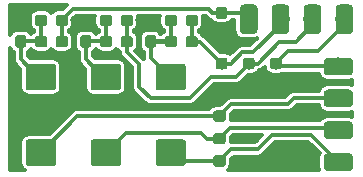
<source format=gbr>
G04 #@! TF.GenerationSoftware,KiCad,Pcbnew,5.0.2+dfsg1-1*
G04 #@! TF.CreationDate,2020-07-10T14:10:22+02:00*
G04 #@! TF.ProjectId,HDTVii,48445456-6969-42e6-9b69-6361645f7063,rev?*
G04 #@! TF.SameCoordinates,Original*
G04 #@! TF.FileFunction,Copper,L1,Top*
G04 #@! TF.FilePolarity,Positive*
%FSLAX46Y46*%
G04 Gerber Fmt 4.6, Leading zero omitted, Abs format (unit mm)*
G04 Created by KiCad (PCBNEW 5.0.2+dfsg1-1) date Fri 10 Jul 2020 02:10:22 PM CEST*
%MOMM*%
%LPD*%
G01*
G04 APERTURE LIST*
G04 #@! TA.AperFunction,Conductor*
%ADD10C,0.100000*%
G04 #@! TD*
G04 #@! TA.AperFunction,SMDPad,CuDef*
%ADD11C,1.500000*%
G04 #@! TD*
G04 #@! TA.AperFunction,SMDPad,CuDef*
%ADD12C,1.000000*%
G04 #@! TD*
G04 #@! TA.AperFunction,SMDPad,CuDef*
%ADD13C,2.250000*%
G04 #@! TD*
G04 #@! TA.AperFunction,SMDPad,CuDef*
%ADD14C,0.950000*%
G04 #@! TD*
G04 #@! TA.AperFunction,ViaPad*
%ADD15C,0.800000*%
G04 #@! TD*
G04 #@! TA.AperFunction,Conductor*
%ADD16C,0.300000*%
G04 #@! TD*
G04 #@! TA.AperFunction,Conductor*
%ADD17C,0.400000*%
G04 #@! TD*
G04 APERTURE END LIST*
D10*
G04 #@! TO.N,GND*
G04 #@! TO.C,J9*
G36*
X206811756Y-66151806D02*
X206848159Y-66157206D01*
X206883857Y-66166147D01*
X206918506Y-66178545D01*
X206951774Y-66194280D01*
X206983339Y-66213199D01*
X207012897Y-66235121D01*
X207040165Y-66259835D01*
X207064879Y-66287103D01*
X207086801Y-66316661D01*
X207105720Y-66348226D01*
X207121455Y-66381494D01*
X207133853Y-66416143D01*
X207142794Y-66451841D01*
X207148194Y-66488244D01*
X207150000Y-66525000D01*
X207150000Y-68275000D01*
X207148194Y-68311756D01*
X207142794Y-68348159D01*
X207133853Y-68383857D01*
X207121455Y-68418506D01*
X207105720Y-68451774D01*
X207086801Y-68483339D01*
X207064879Y-68512897D01*
X207040165Y-68540165D01*
X207012897Y-68564879D01*
X206983339Y-68586801D01*
X206951774Y-68605720D01*
X206918506Y-68621455D01*
X206883857Y-68633853D01*
X206848159Y-68642794D01*
X206811756Y-68648194D01*
X206775000Y-68650000D01*
X206025000Y-68650000D01*
X205988244Y-68648194D01*
X205951841Y-68642794D01*
X205916143Y-68633853D01*
X205881494Y-68621455D01*
X205848226Y-68605720D01*
X205816661Y-68586801D01*
X205787103Y-68564879D01*
X205759835Y-68540165D01*
X205735121Y-68512897D01*
X205713199Y-68483339D01*
X205694280Y-68451774D01*
X205678545Y-68418506D01*
X205666147Y-68383857D01*
X205657206Y-68348159D01*
X205651806Y-68311756D01*
X205650000Y-68275000D01*
X205650000Y-66525000D01*
X205651806Y-66488244D01*
X205657206Y-66451841D01*
X205666147Y-66416143D01*
X205678545Y-66381494D01*
X205694280Y-66348226D01*
X205713199Y-66316661D01*
X205735121Y-66287103D01*
X205759835Y-66259835D01*
X205787103Y-66235121D01*
X205816661Y-66213199D01*
X205848226Y-66194280D01*
X205881494Y-66178545D01*
X205916143Y-66166147D01*
X205951841Y-66157206D01*
X205988244Y-66151806D01*
X206025000Y-66150000D01*
X206775000Y-66150000D01*
X206811756Y-66151806D01*
X206811756Y-66151806D01*
G37*
D11*
G04 #@! TD*
G04 #@! TO.P,J9,1*
G04 #@! TO.N,GND*
X206400000Y-67400000D03*
D10*
G04 #@! TO.N,YOut*
G04 #@! TO.C,J1*
G36*
X204111756Y-54451806D02*
X204148159Y-54457206D01*
X204183857Y-54466147D01*
X204218506Y-54478545D01*
X204251774Y-54494280D01*
X204283339Y-54513199D01*
X204312897Y-54535121D01*
X204340165Y-54559835D01*
X204364879Y-54587103D01*
X204386801Y-54616661D01*
X204405720Y-54648226D01*
X204421455Y-54681494D01*
X204433853Y-54716143D01*
X204442794Y-54751841D01*
X204448194Y-54788244D01*
X204450000Y-54825000D01*
X204450000Y-56575000D01*
X204448194Y-56611756D01*
X204442794Y-56648159D01*
X204433853Y-56683857D01*
X204421455Y-56718506D01*
X204405720Y-56751774D01*
X204386801Y-56783339D01*
X204364879Y-56812897D01*
X204340165Y-56840165D01*
X204312897Y-56864879D01*
X204283339Y-56886801D01*
X204251774Y-56905720D01*
X204218506Y-56921455D01*
X204183857Y-56933853D01*
X204148159Y-56942794D01*
X204111756Y-56948194D01*
X204075000Y-56950000D01*
X203325000Y-56950000D01*
X203288244Y-56948194D01*
X203251841Y-56942794D01*
X203216143Y-56933853D01*
X203181494Y-56921455D01*
X203148226Y-56905720D01*
X203116661Y-56886801D01*
X203087103Y-56864879D01*
X203059835Y-56840165D01*
X203035121Y-56812897D01*
X203013199Y-56783339D01*
X202994280Y-56751774D01*
X202978545Y-56718506D01*
X202966147Y-56683857D01*
X202957206Y-56648159D01*
X202951806Y-56611756D01*
X202950000Y-56575000D01*
X202950000Y-54825000D01*
X202951806Y-54788244D01*
X202957206Y-54751841D01*
X202966147Y-54716143D01*
X202978545Y-54681494D01*
X202994280Y-54648226D01*
X203013199Y-54616661D01*
X203035121Y-54587103D01*
X203059835Y-54559835D01*
X203087103Y-54535121D01*
X203116661Y-54513199D01*
X203148226Y-54494280D01*
X203181494Y-54478545D01*
X203216143Y-54466147D01*
X203251841Y-54457206D01*
X203288244Y-54451806D01*
X203325000Y-54450000D01*
X204075000Y-54450000D01*
X204111756Y-54451806D01*
X204111756Y-54451806D01*
G37*
D11*
G04 #@! TD*
G04 #@! TO.P,J1,1*
G04 #@! TO.N,YOut*
X203700000Y-55700000D03*
D10*
G04 #@! TO.N,PbOut*
G04 #@! TO.C,J2*
G36*
X206811756Y-54451806D02*
X206848159Y-54457206D01*
X206883857Y-54466147D01*
X206918506Y-54478545D01*
X206951774Y-54494280D01*
X206983339Y-54513199D01*
X207012897Y-54535121D01*
X207040165Y-54559835D01*
X207064879Y-54587103D01*
X207086801Y-54616661D01*
X207105720Y-54648226D01*
X207121455Y-54681494D01*
X207133853Y-54716143D01*
X207142794Y-54751841D01*
X207148194Y-54788244D01*
X207150000Y-54825000D01*
X207150000Y-56575000D01*
X207148194Y-56611756D01*
X207142794Y-56648159D01*
X207133853Y-56683857D01*
X207121455Y-56718506D01*
X207105720Y-56751774D01*
X207086801Y-56783339D01*
X207064879Y-56812897D01*
X207040165Y-56840165D01*
X207012897Y-56864879D01*
X206983339Y-56886801D01*
X206951774Y-56905720D01*
X206918506Y-56921455D01*
X206883857Y-56933853D01*
X206848159Y-56942794D01*
X206811756Y-56948194D01*
X206775000Y-56950000D01*
X206025000Y-56950000D01*
X205988244Y-56948194D01*
X205951841Y-56942794D01*
X205916143Y-56933853D01*
X205881494Y-56921455D01*
X205848226Y-56905720D01*
X205816661Y-56886801D01*
X205787103Y-56864879D01*
X205759835Y-56840165D01*
X205735121Y-56812897D01*
X205713199Y-56783339D01*
X205694280Y-56751774D01*
X205678545Y-56718506D01*
X205666147Y-56683857D01*
X205657206Y-56648159D01*
X205651806Y-56611756D01*
X205650000Y-56575000D01*
X205650000Y-54825000D01*
X205651806Y-54788244D01*
X205657206Y-54751841D01*
X205666147Y-54716143D01*
X205678545Y-54681494D01*
X205694280Y-54648226D01*
X205713199Y-54616661D01*
X205735121Y-54587103D01*
X205759835Y-54559835D01*
X205787103Y-54535121D01*
X205816661Y-54513199D01*
X205848226Y-54494280D01*
X205881494Y-54478545D01*
X205916143Y-54466147D01*
X205951841Y-54457206D01*
X205988244Y-54451806D01*
X206025000Y-54450000D01*
X206775000Y-54450000D01*
X206811756Y-54451806D01*
X206811756Y-54451806D01*
G37*
D11*
G04 #@! TD*
G04 #@! TO.P,J2,1*
G04 #@! TO.N,PbOut*
X206400000Y-55700000D03*
D10*
G04 #@! TO.N,PrOut*
G04 #@! TO.C,J3*
G36*
X209511756Y-54451806D02*
X209548159Y-54457206D01*
X209583857Y-54466147D01*
X209618506Y-54478545D01*
X209651774Y-54494280D01*
X209683339Y-54513199D01*
X209712897Y-54535121D01*
X209740165Y-54559835D01*
X209764879Y-54587103D01*
X209786801Y-54616661D01*
X209805720Y-54648226D01*
X209821455Y-54681494D01*
X209833853Y-54716143D01*
X209842794Y-54751841D01*
X209848194Y-54788244D01*
X209850000Y-54825000D01*
X209850000Y-56575000D01*
X209848194Y-56611756D01*
X209842794Y-56648159D01*
X209833853Y-56683857D01*
X209821455Y-56718506D01*
X209805720Y-56751774D01*
X209786801Y-56783339D01*
X209764879Y-56812897D01*
X209740165Y-56840165D01*
X209712897Y-56864879D01*
X209683339Y-56886801D01*
X209651774Y-56905720D01*
X209618506Y-56921455D01*
X209583857Y-56933853D01*
X209548159Y-56942794D01*
X209511756Y-56948194D01*
X209475000Y-56950000D01*
X208725000Y-56950000D01*
X208688244Y-56948194D01*
X208651841Y-56942794D01*
X208616143Y-56933853D01*
X208581494Y-56921455D01*
X208548226Y-56905720D01*
X208516661Y-56886801D01*
X208487103Y-56864879D01*
X208459835Y-56840165D01*
X208435121Y-56812897D01*
X208413199Y-56783339D01*
X208394280Y-56751774D01*
X208378545Y-56718506D01*
X208366147Y-56683857D01*
X208357206Y-56648159D01*
X208351806Y-56611756D01*
X208350000Y-56575000D01*
X208350000Y-54825000D01*
X208351806Y-54788244D01*
X208357206Y-54751841D01*
X208366147Y-54716143D01*
X208378545Y-54681494D01*
X208394280Y-54648226D01*
X208413199Y-54616661D01*
X208435121Y-54587103D01*
X208459835Y-54559835D01*
X208487103Y-54535121D01*
X208516661Y-54513199D01*
X208548226Y-54494280D01*
X208581494Y-54478545D01*
X208616143Y-54466147D01*
X208651841Y-54457206D01*
X208688244Y-54451806D01*
X208725000Y-54450000D01*
X209475000Y-54450000D01*
X209511756Y-54451806D01*
X209511756Y-54451806D01*
G37*
D11*
G04 #@! TD*
G04 #@! TO.P,J3,1*
G04 #@! TO.N,PrOut*
X209100000Y-55700000D03*
D10*
G04 #@! TO.N,MODE*
G04 #@! TO.C,J4*
G36*
X212211756Y-58951806D02*
X212248159Y-58957206D01*
X212283857Y-58966147D01*
X212318506Y-58978545D01*
X212351774Y-58994280D01*
X212383339Y-59013199D01*
X212412897Y-59035121D01*
X212440165Y-59059835D01*
X212464879Y-59087103D01*
X212486801Y-59116661D01*
X212505720Y-59148226D01*
X212521455Y-59181494D01*
X212533853Y-59216143D01*
X212542794Y-59251841D01*
X212548194Y-59288244D01*
X212550000Y-59325000D01*
X212550000Y-60075000D01*
X212548194Y-60111756D01*
X212542794Y-60148159D01*
X212533853Y-60183857D01*
X212521455Y-60218506D01*
X212505720Y-60251774D01*
X212486801Y-60283339D01*
X212464879Y-60312897D01*
X212440165Y-60340165D01*
X212412897Y-60364879D01*
X212383339Y-60386801D01*
X212351774Y-60405720D01*
X212318506Y-60421455D01*
X212283857Y-60433853D01*
X212248159Y-60442794D01*
X212211756Y-60448194D01*
X212175000Y-60450000D01*
X210425000Y-60450000D01*
X210388244Y-60448194D01*
X210351841Y-60442794D01*
X210316143Y-60433853D01*
X210281494Y-60421455D01*
X210248226Y-60405720D01*
X210216661Y-60386801D01*
X210187103Y-60364879D01*
X210159835Y-60340165D01*
X210135121Y-60312897D01*
X210113199Y-60283339D01*
X210094280Y-60251774D01*
X210078545Y-60218506D01*
X210066147Y-60183857D01*
X210057206Y-60148159D01*
X210051806Y-60111756D01*
X210050000Y-60075000D01*
X210050000Y-59325000D01*
X210051806Y-59288244D01*
X210057206Y-59251841D01*
X210066147Y-59216143D01*
X210078545Y-59181494D01*
X210094280Y-59148226D01*
X210113199Y-59116661D01*
X210135121Y-59087103D01*
X210159835Y-59059835D01*
X210187103Y-59035121D01*
X210216661Y-59013199D01*
X210248226Y-58994280D01*
X210281494Y-58978545D01*
X210316143Y-58966147D01*
X210351841Y-58957206D01*
X210388244Y-58951806D01*
X210425000Y-58950000D01*
X212175000Y-58950000D01*
X212211756Y-58951806D01*
X212211756Y-58951806D01*
G37*
D11*
G04 #@! TD*
G04 #@! TO.P,J4,1*
G04 #@! TO.N,MODE*
X211300000Y-59700000D03*
D10*
G04 #@! TO.N,AVE59*
G04 #@! TO.C,J6*
G36*
X212211756Y-64351806D02*
X212248159Y-64357206D01*
X212283857Y-64366147D01*
X212318506Y-64378545D01*
X212351774Y-64394280D01*
X212383339Y-64413199D01*
X212412897Y-64435121D01*
X212440165Y-64459835D01*
X212464879Y-64487103D01*
X212486801Y-64516661D01*
X212505720Y-64548226D01*
X212521455Y-64581494D01*
X212533853Y-64616143D01*
X212542794Y-64651841D01*
X212548194Y-64688244D01*
X212550000Y-64725000D01*
X212550000Y-65475000D01*
X212548194Y-65511756D01*
X212542794Y-65548159D01*
X212533853Y-65583857D01*
X212521455Y-65618506D01*
X212505720Y-65651774D01*
X212486801Y-65683339D01*
X212464879Y-65712897D01*
X212440165Y-65740165D01*
X212412897Y-65764879D01*
X212383339Y-65786801D01*
X212351774Y-65805720D01*
X212318506Y-65821455D01*
X212283857Y-65833853D01*
X212248159Y-65842794D01*
X212211756Y-65848194D01*
X212175000Y-65850000D01*
X210425000Y-65850000D01*
X210388244Y-65848194D01*
X210351841Y-65842794D01*
X210316143Y-65833853D01*
X210281494Y-65821455D01*
X210248226Y-65805720D01*
X210216661Y-65786801D01*
X210187103Y-65764879D01*
X210159835Y-65740165D01*
X210135121Y-65712897D01*
X210113199Y-65683339D01*
X210094280Y-65651774D01*
X210078545Y-65618506D01*
X210066147Y-65583857D01*
X210057206Y-65548159D01*
X210051806Y-65511756D01*
X210050000Y-65475000D01*
X210050000Y-64725000D01*
X210051806Y-64688244D01*
X210057206Y-64651841D01*
X210066147Y-64616143D01*
X210078545Y-64581494D01*
X210094280Y-64548226D01*
X210113199Y-64516661D01*
X210135121Y-64487103D01*
X210159835Y-64459835D01*
X210187103Y-64435121D01*
X210216661Y-64413199D01*
X210248226Y-64394280D01*
X210281494Y-64378545D01*
X210316143Y-64366147D01*
X210351841Y-64357206D01*
X210388244Y-64351806D01*
X210425000Y-64350000D01*
X212175000Y-64350000D01*
X212211756Y-64351806D01*
X212211756Y-64351806D01*
G37*
D11*
G04 #@! TD*
G04 #@! TO.P,J6,1*
G04 #@! TO.N,AVE59*
X211300000Y-65100000D03*
D10*
G04 #@! TO.N,AVE57*
G04 #@! TO.C,J7*
G36*
X212211756Y-67051806D02*
X212248159Y-67057206D01*
X212283857Y-67066147D01*
X212318506Y-67078545D01*
X212351774Y-67094280D01*
X212383339Y-67113199D01*
X212412897Y-67135121D01*
X212440165Y-67159835D01*
X212464879Y-67187103D01*
X212486801Y-67216661D01*
X212505720Y-67248226D01*
X212521455Y-67281494D01*
X212533853Y-67316143D01*
X212542794Y-67351841D01*
X212548194Y-67388244D01*
X212550000Y-67425000D01*
X212550000Y-68175000D01*
X212548194Y-68211756D01*
X212542794Y-68248159D01*
X212533853Y-68283857D01*
X212521455Y-68318506D01*
X212505720Y-68351774D01*
X212486801Y-68383339D01*
X212464879Y-68412897D01*
X212440165Y-68440165D01*
X212412897Y-68464879D01*
X212383339Y-68486801D01*
X212351774Y-68505720D01*
X212318506Y-68521455D01*
X212283857Y-68533853D01*
X212248159Y-68542794D01*
X212211756Y-68548194D01*
X212175000Y-68550000D01*
X210425000Y-68550000D01*
X210388244Y-68548194D01*
X210351841Y-68542794D01*
X210316143Y-68533853D01*
X210281494Y-68521455D01*
X210248226Y-68505720D01*
X210216661Y-68486801D01*
X210187103Y-68464879D01*
X210159835Y-68440165D01*
X210135121Y-68412897D01*
X210113199Y-68383339D01*
X210094280Y-68351774D01*
X210078545Y-68318506D01*
X210066147Y-68283857D01*
X210057206Y-68248159D01*
X210051806Y-68211756D01*
X210050000Y-68175000D01*
X210050000Y-67425000D01*
X210051806Y-67388244D01*
X210057206Y-67351841D01*
X210066147Y-67316143D01*
X210078545Y-67281494D01*
X210094280Y-67248226D01*
X210113199Y-67216661D01*
X210135121Y-67187103D01*
X210159835Y-67159835D01*
X210187103Y-67135121D01*
X210216661Y-67113199D01*
X210248226Y-67094280D01*
X210281494Y-67078545D01*
X210316143Y-67066147D01*
X210351841Y-67057206D01*
X210388244Y-67051806D01*
X210425000Y-67050000D01*
X212175000Y-67050000D01*
X212211756Y-67051806D01*
X212211756Y-67051806D01*
G37*
D11*
G04 #@! TD*
G04 #@! TO.P,J7,1*
G04 #@! TO.N,AVE57*
X211300000Y-67800000D03*
D10*
G04 #@! TO.N,AVE54*
G04 #@! TO.C,J8*
G36*
X212211756Y-61651806D02*
X212248159Y-61657206D01*
X212283857Y-61666147D01*
X212318506Y-61678545D01*
X212351774Y-61694280D01*
X212383339Y-61713199D01*
X212412897Y-61735121D01*
X212440165Y-61759835D01*
X212464879Y-61787103D01*
X212486801Y-61816661D01*
X212505720Y-61848226D01*
X212521455Y-61881494D01*
X212533853Y-61916143D01*
X212542794Y-61951841D01*
X212548194Y-61988244D01*
X212550000Y-62025000D01*
X212550000Y-62775000D01*
X212548194Y-62811756D01*
X212542794Y-62848159D01*
X212533853Y-62883857D01*
X212521455Y-62918506D01*
X212505720Y-62951774D01*
X212486801Y-62983339D01*
X212464879Y-63012897D01*
X212440165Y-63040165D01*
X212412897Y-63064879D01*
X212383339Y-63086801D01*
X212351774Y-63105720D01*
X212318506Y-63121455D01*
X212283857Y-63133853D01*
X212248159Y-63142794D01*
X212211756Y-63148194D01*
X212175000Y-63150000D01*
X210425000Y-63150000D01*
X210388244Y-63148194D01*
X210351841Y-63142794D01*
X210316143Y-63133853D01*
X210281494Y-63121455D01*
X210248226Y-63105720D01*
X210216661Y-63086801D01*
X210187103Y-63064879D01*
X210159835Y-63040165D01*
X210135121Y-63012897D01*
X210113199Y-62983339D01*
X210094280Y-62951774D01*
X210078545Y-62918506D01*
X210066147Y-62883857D01*
X210057206Y-62848159D01*
X210051806Y-62811756D01*
X210050000Y-62775000D01*
X210050000Y-62025000D01*
X210051806Y-61988244D01*
X210057206Y-61951841D01*
X210066147Y-61916143D01*
X210078545Y-61881494D01*
X210094280Y-61848226D01*
X210113199Y-61816661D01*
X210135121Y-61787103D01*
X210159835Y-61759835D01*
X210187103Y-61735121D01*
X210216661Y-61713199D01*
X210248226Y-61694280D01*
X210281494Y-61678545D01*
X210316143Y-61666147D01*
X210351841Y-61657206D01*
X210388244Y-61651806D01*
X210425000Y-61650000D01*
X212175000Y-61650000D01*
X212211756Y-61651806D01*
X212211756Y-61651806D01*
G37*
D11*
G04 #@! TD*
G04 #@! TO.P,J8,1*
G04 #@! TO.N,AVE54*
X211300000Y-62400000D03*
D10*
G04 #@! TO.N,MODE*
G04 #@! TO.C,J5*
G36*
X212211756Y-54451806D02*
X212248159Y-54457206D01*
X212283857Y-54466147D01*
X212318506Y-54478545D01*
X212351774Y-54494280D01*
X212383339Y-54513199D01*
X212412897Y-54535121D01*
X212440165Y-54559835D01*
X212464879Y-54587103D01*
X212486801Y-54616661D01*
X212505720Y-54648226D01*
X212521455Y-54681494D01*
X212533853Y-54716143D01*
X212542794Y-54751841D01*
X212548194Y-54788244D01*
X212550000Y-54825000D01*
X212550000Y-56575000D01*
X212548194Y-56611756D01*
X212542794Y-56648159D01*
X212533853Y-56683857D01*
X212521455Y-56718506D01*
X212505720Y-56751774D01*
X212486801Y-56783339D01*
X212464879Y-56812897D01*
X212440165Y-56840165D01*
X212412897Y-56864879D01*
X212383339Y-56886801D01*
X212351774Y-56905720D01*
X212318506Y-56921455D01*
X212283857Y-56933853D01*
X212248159Y-56942794D01*
X212211756Y-56948194D01*
X212175000Y-56950000D01*
X211425000Y-56950000D01*
X211388244Y-56948194D01*
X211351841Y-56942794D01*
X211316143Y-56933853D01*
X211281494Y-56921455D01*
X211248226Y-56905720D01*
X211216661Y-56886801D01*
X211187103Y-56864879D01*
X211159835Y-56840165D01*
X211135121Y-56812897D01*
X211113199Y-56783339D01*
X211094280Y-56751774D01*
X211078545Y-56718506D01*
X211066147Y-56683857D01*
X211057206Y-56648159D01*
X211051806Y-56611756D01*
X211050000Y-56575000D01*
X211050000Y-54825000D01*
X211051806Y-54788244D01*
X211057206Y-54751841D01*
X211066147Y-54716143D01*
X211078545Y-54681494D01*
X211094280Y-54648226D01*
X211113199Y-54616661D01*
X211135121Y-54587103D01*
X211159835Y-54559835D01*
X211187103Y-54535121D01*
X211216661Y-54513199D01*
X211248226Y-54494280D01*
X211281494Y-54478545D01*
X211316143Y-54466147D01*
X211351841Y-54457206D01*
X211388244Y-54451806D01*
X211425000Y-54450000D01*
X212175000Y-54450000D01*
X212211756Y-54451806D01*
X212211756Y-54451806D01*
G37*
D11*
G04 #@! TD*
G04 #@! TO.P,J5,1*
G04 #@! TO.N,MODE*
X211800000Y-55700000D03*
D10*
G04 #@! TO.N,MODE*
G04 #@! TO.C,D4*
G36*
X206274504Y-58951204D02*
X206298773Y-58954804D01*
X206322571Y-58960765D01*
X206345671Y-58969030D01*
X206367849Y-58979520D01*
X206388893Y-58992133D01*
X206408598Y-59006747D01*
X206426777Y-59023223D01*
X206443253Y-59041402D01*
X206457867Y-59061107D01*
X206470480Y-59082151D01*
X206480970Y-59104329D01*
X206489235Y-59127429D01*
X206495196Y-59151227D01*
X206498796Y-59175496D01*
X206500000Y-59200000D01*
X206500000Y-59700000D01*
X206498796Y-59724504D01*
X206495196Y-59748773D01*
X206489235Y-59772571D01*
X206480970Y-59795671D01*
X206470480Y-59817849D01*
X206457867Y-59838893D01*
X206443253Y-59858598D01*
X206426777Y-59876777D01*
X206408598Y-59893253D01*
X206388893Y-59907867D01*
X206367849Y-59920480D01*
X206345671Y-59930970D01*
X206322571Y-59939235D01*
X206298773Y-59945196D01*
X206274504Y-59948796D01*
X206250000Y-59950000D01*
X205750000Y-59950000D01*
X205725496Y-59948796D01*
X205701227Y-59945196D01*
X205677429Y-59939235D01*
X205654329Y-59930970D01*
X205632151Y-59920480D01*
X205611107Y-59907867D01*
X205591402Y-59893253D01*
X205573223Y-59876777D01*
X205556747Y-59858598D01*
X205542133Y-59838893D01*
X205529520Y-59817849D01*
X205519030Y-59795671D01*
X205510765Y-59772571D01*
X205504804Y-59748773D01*
X205501204Y-59724504D01*
X205500000Y-59700000D01*
X205500000Y-59200000D01*
X205501204Y-59175496D01*
X205504804Y-59151227D01*
X205510765Y-59127429D01*
X205519030Y-59104329D01*
X205529520Y-59082151D01*
X205542133Y-59061107D01*
X205556747Y-59041402D01*
X205573223Y-59023223D01*
X205591402Y-59006747D01*
X205611107Y-58992133D01*
X205632151Y-58979520D01*
X205654329Y-58969030D01*
X205677429Y-58960765D01*
X205701227Y-58954804D01*
X205725496Y-58951204D01*
X205750000Y-58950000D01*
X206250000Y-58950000D01*
X206274504Y-58951204D01*
X206274504Y-58951204D01*
G37*
D12*
G04 #@! TD*
G04 #@! TO.P,D4,1*
G04 #@! TO.N,MODE*
X206000000Y-59450000D03*
D10*
G04 #@! TO.N,GND*
G04 #@! TO.C,D4*
G36*
X206274504Y-61451204D02*
X206298773Y-61454804D01*
X206322571Y-61460765D01*
X206345671Y-61469030D01*
X206367849Y-61479520D01*
X206388893Y-61492133D01*
X206408598Y-61506747D01*
X206426777Y-61523223D01*
X206443253Y-61541402D01*
X206457867Y-61561107D01*
X206470480Y-61582151D01*
X206480970Y-61604329D01*
X206489235Y-61627429D01*
X206495196Y-61651227D01*
X206498796Y-61675496D01*
X206500000Y-61700000D01*
X206500000Y-62200000D01*
X206498796Y-62224504D01*
X206495196Y-62248773D01*
X206489235Y-62272571D01*
X206480970Y-62295671D01*
X206470480Y-62317849D01*
X206457867Y-62338893D01*
X206443253Y-62358598D01*
X206426777Y-62376777D01*
X206408598Y-62393253D01*
X206388893Y-62407867D01*
X206367849Y-62420480D01*
X206345671Y-62430970D01*
X206322571Y-62439235D01*
X206298773Y-62445196D01*
X206274504Y-62448796D01*
X206250000Y-62450000D01*
X205750000Y-62450000D01*
X205725496Y-62448796D01*
X205701227Y-62445196D01*
X205677429Y-62439235D01*
X205654329Y-62430970D01*
X205632151Y-62420480D01*
X205611107Y-62407867D01*
X205591402Y-62393253D01*
X205573223Y-62376777D01*
X205556747Y-62358598D01*
X205542133Y-62338893D01*
X205529520Y-62317849D01*
X205519030Y-62295671D01*
X205510765Y-62272571D01*
X205504804Y-62248773D01*
X205501204Y-62224504D01*
X205500000Y-62200000D01*
X205500000Y-61700000D01*
X205501204Y-61675496D01*
X205504804Y-61651227D01*
X205510765Y-61627429D01*
X205519030Y-61604329D01*
X205529520Y-61582151D01*
X205542133Y-61561107D01*
X205556747Y-61541402D01*
X205573223Y-61523223D01*
X205591402Y-61506747D01*
X205611107Y-61492133D01*
X205632151Y-61479520D01*
X205654329Y-61469030D01*
X205677429Y-61460765D01*
X205701227Y-61454804D01*
X205725496Y-61451204D01*
X205750000Y-61450000D01*
X206250000Y-61450000D01*
X206274504Y-61451204D01*
X206274504Y-61451204D01*
G37*
D12*
G04 #@! TD*
G04 #@! TO.P,D4,2*
G04 #@! TO.N,GND*
X206000000Y-61950000D03*
D10*
G04 #@! TO.N,AVE57*
G04 #@! TO.C,C64*
G36*
X198149505Y-65876204D02*
X198173773Y-65879804D01*
X198197572Y-65885765D01*
X198220671Y-65894030D01*
X198242850Y-65904520D01*
X198263893Y-65917132D01*
X198283599Y-65931747D01*
X198301777Y-65948223D01*
X198318253Y-65966401D01*
X198332868Y-65986107D01*
X198345480Y-66007150D01*
X198355970Y-66029329D01*
X198364235Y-66052428D01*
X198370196Y-66076227D01*
X198373796Y-66100495D01*
X198375000Y-66124999D01*
X198375000Y-67875001D01*
X198373796Y-67899505D01*
X198370196Y-67923773D01*
X198364235Y-67947572D01*
X198355970Y-67970671D01*
X198345480Y-67992850D01*
X198332868Y-68013893D01*
X198318253Y-68033599D01*
X198301777Y-68051777D01*
X198283599Y-68068253D01*
X198263893Y-68082868D01*
X198242850Y-68095480D01*
X198220671Y-68105970D01*
X198197572Y-68114235D01*
X198173773Y-68120196D01*
X198149505Y-68123796D01*
X198125001Y-68125000D01*
X196074999Y-68125000D01*
X196050495Y-68123796D01*
X196026227Y-68120196D01*
X196002428Y-68114235D01*
X195979329Y-68105970D01*
X195957150Y-68095480D01*
X195936107Y-68082868D01*
X195916401Y-68068253D01*
X195898223Y-68051777D01*
X195881747Y-68033599D01*
X195867132Y-68013893D01*
X195854520Y-67992850D01*
X195844030Y-67970671D01*
X195835765Y-67947572D01*
X195829804Y-67923773D01*
X195826204Y-67899505D01*
X195825000Y-67875001D01*
X195825000Y-66124999D01*
X195826204Y-66100495D01*
X195829804Y-66076227D01*
X195835765Y-66052428D01*
X195844030Y-66029329D01*
X195854520Y-66007150D01*
X195867132Y-65986107D01*
X195881747Y-65966401D01*
X195898223Y-65948223D01*
X195916401Y-65931747D01*
X195936107Y-65917132D01*
X195957150Y-65904520D01*
X195979329Y-65894030D01*
X196002428Y-65885765D01*
X196026227Y-65879804D01*
X196050495Y-65876204D01*
X196074999Y-65875000D01*
X198125001Y-65875000D01*
X198149505Y-65876204D01*
X198149505Y-65876204D01*
G37*
D13*
G04 #@! TD*
G04 #@! TO.P,C64,1*
G04 #@! TO.N,AVE57*
X197100000Y-67000000D03*
D10*
G04 #@! TO.N,Net-(C64-Pad2)*
G04 #@! TO.C,C64*
G36*
X198149505Y-59476204D02*
X198173773Y-59479804D01*
X198197572Y-59485765D01*
X198220671Y-59494030D01*
X198242850Y-59504520D01*
X198263893Y-59517132D01*
X198283599Y-59531747D01*
X198301777Y-59548223D01*
X198318253Y-59566401D01*
X198332868Y-59586107D01*
X198345480Y-59607150D01*
X198355970Y-59629329D01*
X198364235Y-59652428D01*
X198370196Y-59676227D01*
X198373796Y-59700495D01*
X198375000Y-59724999D01*
X198375000Y-61475001D01*
X198373796Y-61499505D01*
X198370196Y-61523773D01*
X198364235Y-61547572D01*
X198355970Y-61570671D01*
X198345480Y-61592850D01*
X198332868Y-61613893D01*
X198318253Y-61633599D01*
X198301777Y-61651777D01*
X198283599Y-61668253D01*
X198263893Y-61682868D01*
X198242850Y-61695480D01*
X198220671Y-61705970D01*
X198197572Y-61714235D01*
X198173773Y-61720196D01*
X198149505Y-61723796D01*
X198125001Y-61725000D01*
X196074999Y-61725000D01*
X196050495Y-61723796D01*
X196026227Y-61720196D01*
X196002428Y-61714235D01*
X195979329Y-61705970D01*
X195957150Y-61695480D01*
X195936107Y-61682868D01*
X195916401Y-61668253D01*
X195898223Y-61651777D01*
X195881747Y-61633599D01*
X195867132Y-61613893D01*
X195854520Y-61592850D01*
X195844030Y-61570671D01*
X195835765Y-61547572D01*
X195829804Y-61523773D01*
X195826204Y-61499505D01*
X195825000Y-61475001D01*
X195825000Y-59724999D01*
X195826204Y-59700495D01*
X195829804Y-59676227D01*
X195835765Y-59652428D01*
X195844030Y-59629329D01*
X195854520Y-59607150D01*
X195867132Y-59586107D01*
X195881747Y-59566401D01*
X195898223Y-59548223D01*
X195916401Y-59531747D01*
X195936107Y-59517132D01*
X195957150Y-59504520D01*
X195979329Y-59494030D01*
X196002428Y-59485765D01*
X196026227Y-59479804D01*
X196050495Y-59476204D01*
X196074999Y-59475000D01*
X198125001Y-59475000D01*
X198149505Y-59476204D01*
X198149505Y-59476204D01*
G37*
D13*
G04 #@! TD*
G04 #@! TO.P,C64,2*
G04 #@! TO.N,Net-(C64-Pad2)*
X197100000Y-60600000D03*
D10*
G04 #@! TO.N,Net-(C66-Pad1)*
G04 #@! TO.C,C69*
G36*
X192649505Y-59476204D02*
X192673773Y-59479804D01*
X192697572Y-59485765D01*
X192720671Y-59494030D01*
X192742850Y-59504520D01*
X192763893Y-59517132D01*
X192783599Y-59531747D01*
X192801777Y-59548223D01*
X192818253Y-59566401D01*
X192832868Y-59586107D01*
X192845480Y-59607150D01*
X192855970Y-59629329D01*
X192864235Y-59652428D01*
X192870196Y-59676227D01*
X192873796Y-59700495D01*
X192875000Y-59724999D01*
X192875000Y-61475001D01*
X192873796Y-61499505D01*
X192870196Y-61523773D01*
X192864235Y-61547572D01*
X192855970Y-61570671D01*
X192845480Y-61592850D01*
X192832868Y-61613893D01*
X192818253Y-61633599D01*
X192801777Y-61651777D01*
X192783599Y-61668253D01*
X192763893Y-61682868D01*
X192742850Y-61695480D01*
X192720671Y-61705970D01*
X192697572Y-61714235D01*
X192673773Y-61720196D01*
X192649505Y-61723796D01*
X192625001Y-61725000D01*
X190574999Y-61725000D01*
X190550495Y-61723796D01*
X190526227Y-61720196D01*
X190502428Y-61714235D01*
X190479329Y-61705970D01*
X190457150Y-61695480D01*
X190436107Y-61682868D01*
X190416401Y-61668253D01*
X190398223Y-61651777D01*
X190381747Y-61633599D01*
X190367132Y-61613893D01*
X190354520Y-61592850D01*
X190344030Y-61570671D01*
X190335765Y-61547572D01*
X190329804Y-61523773D01*
X190326204Y-61499505D01*
X190325000Y-61475001D01*
X190325000Y-59724999D01*
X190326204Y-59700495D01*
X190329804Y-59676227D01*
X190335765Y-59652428D01*
X190344030Y-59629329D01*
X190354520Y-59607150D01*
X190367132Y-59586107D01*
X190381747Y-59566401D01*
X190398223Y-59548223D01*
X190416401Y-59531747D01*
X190436107Y-59517132D01*
X190457150Y-59504520D01*
X190479329Y-59494030D01*
X190502428Y-59485765D01*
X190526227Y-59479804D01*
X190550495Y-59476204D01*
X190574999Y-59475000D01*
X192625001Y-59475000D01*
X192649505Y-59476204D01*
X192649505Y-59476204D01*
G37*
D13*
G04 #@! TD*
G04 #@! TO.P,C69,2*
G04 #@! TO.N,Net-(C66-Pad1)*
X191600000Y-60600000D03*
D10*
G04 #@! TO.N,AVE59*
G04 #@! TO.C,C69*
G36*
X192649505Y-65876204D02*
X192673773Y-65879804D01*
X192697572Y-65885765D01*
X192720671Y-65894030D01*
X192742850Y-65904520D01*
X192763893Y-65917132D01*
X192783599Y-65931747D01*
X192801777Y-65948223D01*
X192818253Y-65966401D01*
X192832868Y-65986107D01*
X192845480Y-66007150D01*
X192855970Y-66029329D01*
X192864235Y-66052428D01*
X192870196Y-66076227D01*
X192873796Y-66100495D01*
X192875000Y-66124999D01*
X192875000Y-67875001D01*
X192873796Y-67899505D01*
X192870196Y-67923773D01*
X192864235Y-67947572D01*
X192855970Y-67970671D01*
X192845480Y-67992850D01*
X192832868Y-68013893D01*
X192818253Y-68033599D01*
X192801777Y-68051777D01*
X192783599Y-68068253D01*
X192763893Y-68082868D01*
X192742850Y-68095480D01*
X192720671Y-68105970D01*
X192697572Y-68114235D01*
X192673773Y-68120196D01*
X192649505Y-68123796D01*
X192625001Y-68125000D01*
X190574999Y-68125000D01*
X190550495Y-68123796D01*
X190526227Y-68120196D01*
X190502428Y-68114235D01*
X190479329Y-68105970D01*
X190457150Y-68095480D01*
X190436107Y-68082868D01*
X190416401Y-68068253D01*
X190398223Y-68051777D01*
X190381747Y-68033599D01*
X190367132Y-68013893D01*
X190354520Y-67992850D01*
X190344030Y-67970671D01*
X190335765Y-67947572D01*
X190329804Y-67923773D01*
X190326204Y-67899505D01*
X190325000Y-67875001D01*
X190325000Y-66124999D01*
X190326204Y-66100495D01*
X190329804Y-66076227D01*
X190335765Y-66052428D01*
X190344030Y-66029329D01*
X190354520Y-66007150D01*
X190367132Y-65986107D01*
X190381747Y-65966401D01*
X190398223Y-65948223D01*
X190416401Y-65931747D01*
X190436107Y-65917132D01*
X190457150Y-65904520D01*
X190479329Y-65894030D01*
X190502428Y-65885765D01*
X190526227Y-65879804D01*
X190550495Y-65876204D01*
X190574999Y-65875000D01*
X192625001Y-65875000D01*
X192649505Y-65876204D01*
X192649505Y-65876204D01*
G37*
D13*
G04 #@! TD*
G04 #@! TO.P,C69,1*
G04 #@! TO.N,AVE59*
X191600000Y-67000000D03*
D10*
G04 #@! TO.N,AVE54*
G04 #@! TO.C,C84*
G36*
X187149505Y-65876204D02*
X187173773Y-65879804D01*
X187197572Y-65885765D01*
X187220671Y-65894030D01*
X187242850Y-65904520D01*
X187263893Y-65917132D01*
X187283599Y-65931747D01*
X187301777Y-65948223D01*
X187318253Y-65966401D01*
X187332868Y-65986107D01*
X187345480Y-66007150D01*
X187355970Y-66029329D01*
X187364235Y-66052428D01*
X187370196Y-66076227D01*
X187373796Y-66100495D01*
X187375000Y-66124999D01*
X187375000Y-67875001D01*
X187373796Y-67899505D01*
X187370196Y-67923773D01*
X187364235Y-67947572D01*
X187355970Y-67970671D01*
X187345480Y-67992850D01*
X187332868Y-68013893D01*
X187318253Y-68033599D01*
X187301777Y-68051777D01*
X187283599Y-68068253D01*
X187263893Y-68082868D01*
X187242850Y-68095480D01*
X187220671Y-68105970D01*
X187197572Y-68114235D01*
X187173773Y-68120196D01*
X187149505Y-68123796D01*
X187125001Y-68125000D01*
X185074999Y-68125000D01*
X185050495Y-68123796D01*
X185026227Y-68120196D01*
X185002428Y-68114235D01*
X184979329Y-68105970D01*
X184957150Y-68095480D01*
X184936107Y-68082868D01*
X184916401Y-68068253D01*
X184898223Y-68051777D01*
X184881747Y-68033599D01*
X184867132Y-68013893D01*
X184854520Y-67992850D01*
X184844030Y-67970671D01*
X184835765Y-67947572D01*
X184829804Y-67923773D01*
X184826204Y-67899505D01*
X184825000Y-67875001D01*
X184825000Y-66124999D01*
X184826204Y-66100495D01*
X184829804Y-66076227D01*
X184835765Y-66052428D01*
X184844030Y-66029329D01*
X184854520Y-66007150D01*
X184867132Y-65986107D01*
X184881747Y-65966401D01*
X184898223Y-65948223D01*
X184916401Y-65931747D01*
X184936107Y-65917132D01*
X184957150Y-65904520D01*
X184979329Y-65894030D01*
X185002428Y-65885765D01*
X185026227Y-65879804D01*
X185050495Y-65876204D01*
X185074999Y-65875000D01*
X187125001Y-65875000D01*
X187149505Y-65876204D01*
X187149505Y-65876204D01*
G37*
D13*
G04 #@! TD*
G04 #@! TO.P,C84,1*
G04 #@! TO.N,AVE54*
X186100000Y-67000000D03*
D10*
G04 #@! TO.N,Net-(C83-Pad1)*
G04 #@! TO.C,C84*
G36*
X187149505Y-59476204D02*
X187173773Y-59479804D01*
X187197572Y-59485765D01*
X187220671Y-59494030D01*
X187242850Y-59504520D01*
X187263893Y-59517132D01*
X187283599Y-59531747D01*
X187301777Y-59548223D01*
X187318253Y-59566401D01*
X187332868Y-59586107D01*
X187345480Y-59607150D01*
X187355970Y-59629329D01*
X187364235Y-59652428D01*
X187370196Y-59676227D01*
X187373796Y-59700495D01*
X187375000Y-59724999D01*
X187375000Y-61475001D01*
X187373796Y-61499505D01*
X187370196Y-61523773D01*
X187364235Y-61547572D01*
X187355970Y-61570671D01*
X187345480Y-61592850D01*
X187332868Y-61613893D01*
X187318253Y-61633599D01*
X187301777Y-61651777D01*
X187283599Y-61668253D01*
X187263893Y-61682868D01*
X187242850Y-61695480D01*
X187220671Y-61705970D01*
X187197572Y-61714235D01*
X187173773Y-61720196D01*
X187149505Y-61723796D01*
X187125001Y-61725000D01*
X185074999Y-61725000D01*
X185050495Y-61723796D01*
X185026227Y-61720196D01*
X185002428Y-61714235D01*
X184979329Y-61705970D01*
X184957150Y-61695480D01*
X184936107Y-61682868D01*
X184916401Y-61668253D01*
X184898223Y-61651777D01*
X184881747Y-61633599D01*
X184867132Y-61613893D01*
X184854520Y-61592850D01*
X184844030Y-61570671D01*
X184835765Y-61547572D01*
X184829804Y-61523773D01*
X184826204Y-61499505D01*
X184825000Y-61475001D01*
X184825000Y-59724999D01*
X184826204Y-59700495D01*
X184829804Y-59676227D01*
X184835765Y-59652428D01*
X184844030Y-59629329D01*
X184854520Y-59607150D01*
X184867132Y-59586107D01*
X184881747Y-59566401D01*
X184898223Y-59548223D01*
X184916401Y-59531747D01*
X184936107Y-59517132D01*
X184957150Y-59504520D01*
X184979329Y-59494030D01*
X185002428Y-59485765D01*
X185026227Y-59479804D01*
X185050495Y-59476204D01*
X185074999Y-59475000D01*
X187125001Y-59475000D01*
X187149505Y-59476204D01*
X187149505Y-59476204D01*
G37*
D13*
G04 #@! TD*
G04 #@! TO.P,C84,2*
G04 #@! TO.N,Net-(C83-Pad1)*
X186100000Y-60600000D03*
D10*
G04 #@! TO.N,YOut*
G04 #@! TO.C,D1*
G36*
X201674504Y-54651204D02*
X201698773Y-54654804D01*
X201722571Y-54660765D01*
X201745671Y-54669030D01*
X201767849Y-54679520D01*
X201788893Y-54692133D01*
X201808598Y-54706747D01*
X201826777Y-54723223D01*
X201843253Y-54741402D01*
X201857867Y-54761107D01*
X201870480Y-54782151D01*
X201880970Y-54804329D01*
X201889235Y-54827429D01*
X201895196Y-54851227D01*
X201898796Y-54875496D01*
X201900000Y-54900000D01*
X201900000Y-55400000D01*
X201898796Y-55424504D01*
X201895196Y-55448773D01*
X201889235Y-55472571D01*
X201880970Y-55495671D01*
X201870480Y-55517849D01*
X201857867Y-55538893D01*
X201843253Y-55558598D01*
X201826777Y-55576777D01*
X201808598Y-55593253D01*
X201788893Y-55607867D01*
X201767849Y-55620480D01*
X201745671Y-55630970D01*
X201722571Y-55639235D01*
X201698773Y-55645196D01*
X201674504Y-55648796D01*
X201650000Y-55650000D01*
X201150000Y-55650000D01*
X201125496Y-55648796D01*
X201101227Y-55645196D01*
X201077429Y-55639235D01*
X201054329Y-55630970D01*
X201032151Y-55620480D01*
X201011107Y-55607867D01*
X200991402Y-55593253D01*
X200973223Y-55576777D01*
X200956747Y-55558598D01*
X200942133Y-55538893D01*
X200929520Y-55517849D01*
X200919030Y-55495671D01*
X200910765Y-55472571D01*
X200904804Y-55448773D01*
X200901204Y-55424504D01*
X200900000Y-55400000D01*
X200900000Y-54900000D01*
X200901204Y-54875496D01*
X200904804Y-54851227D01*
X200910765Y-54827429D01*
X200919030Y-54804329D01*
X200929520Y-54782151D01*
X200942133Y-54761107D01*
X200956747Y-54741402D01*
X200973223Y-54723223D01*
X200991402Y-54706747D01*
X201011107Y-54692133D01*
X201032151Y-54679520D01*
X201054329Y-54669030D01*
X201077429Y-54660765D01*
X201101227Y-54654804D01*
X201125496Y-54651204D01*
X201150000Y-54650000D01*
X201650000Y-54650000D01*
X201674504Y-54651204D01*
X201674504Y-54651204D01*
G37*
D12*
G04 #@! TD*
G04 #@! TO.P,D1,1*
G04 #@! TO.N,YOut*
X201400000Y-55150000D03*
D10*
G04 #@! TO.N,GND*
G04 #@! TO.C,D1*
G36*
X201674504Y-57151204D02*
X201698773Y-57154804D01*
X201722571Y-57160765D01*
X201745671Y-57169030D01*
X201767849Y-57179520D01*
X201788893Y-57192133D01*
X201808598Y-57206747D01*
X201826777Y-57223223D01*
X201843253Y-57241402D01*
X201857867Y-57261107D01*
X201870480Y-57282151D01*
X201880970Y-57304329D01*
X201889235Y-57327429D01*
X201895196Y-57351227D01*
X201898796Y-57375496D01*
X201900000Y-57400000D01*
X201900000Y-57900000D01*
X201898796Y-57924504D01*
X201895196Y-57948773D01*
X201889235Y-57972571D01*
X201880970Y-57995671D01*
X201870480Y-58017849D01*
X201857867Y-58038893D01*
X201843253Y-58058598D01*
X201826777Y-58076777D01*
X201808598Y-58093253D01*
X201788893Y-58107867D01*
X201767849Y-58120480D01*
X201745671Y-58130970D01*
X201722571Y-58139235D01*
X201698773Y-58145196D01*
X201674504Y-58148796D01*
X201650000Y-58150000D01*
X201150000Y-58150000D01*
X201125496Y-58148796D01*
X201101227Y-58145196D01*
X201077429Y-58139235D01*
X201054329Y-58130970D01*
X201032151Y-58120480D01*
X201011107Y-58107867D01*
X200991402Y-58093253D01*
X200973223Y-58076777D01*
X200956747Y-58058598D01*
X200942133Y-58038893D01*
X200929520Y-58017849D01*
X200919030Y-57995671D01*
X200910765Y-57972571D01*
X200904804Y-57948773D01*
X200901204Y-57924504D01*
X200900000Y-57900000D01*
X200900000Y-57400000D01*
X200901204Y-57375496D01*
X200904804Y-57351227D01*
X200910765Y-57327429D01*
X200919030Y-57304329D01*
X200929520Y-57282151D01*
X200942133Y-57261107D01*
X200956747Y-57241402D01*
X200973223Y-57223223D01*
X200991402Y-57206747D01*
X201011107Y-57192133D01*
X201032151Y-57179520D01*
X201054329Y-57169030D01*
X201077429Y-57160765D01*
X201101227Y-57154804D01*
X201125496Y-57151204D01*
X201150000Y-57150000D01*
X201650000Y-57150000D01*
X201674504Y-57151204D01*
X201674504Y-57151204D01*
G37*
D12*
G04 #@! TD*
G04 #@! TO.P,D1,2*
G04 #@! TO.N,GND*
X201400000Y-57650000D03*
D10*
G04 #@! TO.N,GND*
G04 #@! TO.C,D2*
G36*
X201674504Y-61451204D02*
X201698773Y-61454804D01*
X201722571Y-61460765D01*
X201745671Y-61469030D01*
X201767849Y-61479520D01*
X201788893Y-61492133D01*
X201808598Y-61506747D01*
X201826777Y-61523223D01*
X201843253Y-61541402D01*
X201857867Y-61561107D01*
X201870480Y-61582151D01*
X201880970Y-61604329D01*
X201889235Y-61627429D01*
X201895196Y-61651227D01*
X201898796Y-61675496D01*
X201900000Y-61700000D01*
X201900000Y-62200000D01*
X201898796Y-62224504D01*
X201895196Y-62248773D01*
X201889235Y-62272571D01*
X201880970Y-62295671D01*
X201870480Y-62317849D01*
X201857867Y-62338893D01*
X201843253Y-62358598D01*
X201826777Y-62376777D01*
X201808598Y-62393253D01*
X201788893Y-62407867D01*
X201767849Y-62420480D01*
X201745671Y-62430970D01*
X201722571Y-62439235D01*
X201698773Y-62445196D01*
X201674504Y-62448796D01*
X201650000Y-62450000D01*
X201150000Y-62450000D01*
X201125496Y-62448796D01*
X201101227Y-62445196D01*
X201077429Y-62439235D01*
X201054329Y-62430970D01*
X201032151Y-62420480D01*
X201011107Y-62407867D01*
X200991402Y-62393253D01*
X200973223Y-62376777D01*
X200956747Y-62358598D01*
X200942133Y-62338893D01*
X200929520Y-62317849D01*
X200919030Y-62295671D01*
X200910765Y-62272571D01*
X200904804Y-62248773D01*
X200901204Y-62224504D01*
X200900000Y-62200000D01*
X200900000Y-61700000D01*
X200901204Y-61675496D01*
X200904804Y-61651227D01*
X200910765Y-61627429D01*
X200919030Y-61604329D01*
X200929520Y-61582151D01*
X200942133Y-61561107D01*
X200956747Y-61541402D01*
X200973223Y-61523223D01*
X200991402Y-61506747D01*
X201011107Y-61492133D01*
X201032151Y-61479520D01*
X201054329Y-61469030D01*
X201077429Y-61460765D01*
X201101227Y-61454804D01*
X201125496Y-61451204D01*
X201150000Y-61450000D01*
X201650000Y-61450000D01*
X201674504Y-61451204D01*
X201674504Y-61451204D01*
G37*
D12*
G04 #@! TD*
G04 #@! TO.P,D2,2*
G04 #@! TO.N,GND*
X201400000Y-61950000D03*
D10*
G04 #@! TO.N,PbOut*
G04 #@! TO.C,D2*
G36*
X201674504Y-58951204D02*
X201698773Y-58954804D01*
X201722571Y-58960765D01*
X201745671Y-58969030D01*
X201767849Y-58979520D01*
X201788893Y-58992133D01*
X201808598Y-59006747D01*
X201826777Y-59023223D01*
X201843253Y-59041402D01*
X201857867Y-59061107D01*
X201870480Y-59082151D01*
X201880970Y-59104329D01*
X201889235Y-59127429D01*
X201895196Y-59151227D01*
X201898796Y-59175496D01*
X201900000Y-59200000D01*
X201900000Y-59700000D01*
X201898796Y-59724504D01*
X201895196Y-59748773D01*
X201889235Y-59772571D01*
X201880970Y-59795671D01*
X201870480Y-59817849D01*
X201857867Y-59838893D01*
X201843253Y-59858598D01*
X201826777Y-59876777D01*
X201808598Y-59893253D01*
X201788893Y-59907867D01*
X201767849Y-59920480D01*
X201745671Y-59930970D01*
X201722571Y-59939235D01*
X201698773Y-59945196D01*
X201674504Y-59948796D01*
X201650000Y-59950000D01*
X201150000Y-59950000D01*
X201125496Y-59948796D01*
X201101227Y-59945196D01*
X201077429Y-59939235D01*
X201054329Y-59930970D01*
X201032151Y-59920480D01*
X201011107Y-59907867D01*
X200991402Y-59893253D01*
X200973223Y-59876777D01*
X200956747Y-59858598D01*
X200942133Y-59838893D01*
X200929520Y-59817849D01*
X200919030Y-59795671D01*
X200910765Y-59772571D01*
X200904804Y-59748773D01*
X200901204Y-59724504D01*
X200900000Y-59700000D01*
X200900000Y-59200000D01*
X200901204Y-59175496D01*
X200904804Y-59151227D01*
X200910765Y-59127429D01*
X200919030Y-59104329D01*
X200929520Y-59082151D01*
X200942133Y-59061107D01*
X200956747Y-59041402D01*
X200973223Y-59023223D01*
X200991402Y-59006747D01*
X201011107Y-58992133D01*
X201032151Y-58979520D01*
X201054329Y-58969030D01*
X201077429Y-58960765D01*
X201101227Y-58954804D01*
X201125496Y-58951204D01*
X201150000Y-58950000D01*
X201650000Y-58950000D01*
X201674504Y-58951204D01*
X201674504Y-58951204D01*
G37*
D12*
G04 #@! TD*
G04 #@! TO.P,D2,1*
G04 #@! TO.N,PbOut*
X201400000Y-59450000D03*
D10*
G04 #@! TO.N,PrOut*
G04 #@! TO.C,D3*
G36*
X203974504Y-58951204D02*
X203998773Y-58954804D01*
X204022571Y-58960765D01*
X204045671Y-58969030D01*
X204067849Y-58979520D01*
X204088893Y-58992133D01*
X204108598Y-59006747D01*
X204126777Y-59023223D01*
X204143253Y-59041402D01*
X204157867Y-59061107D01*
X204170480Y-59082151D01*
X204180970Y-59104329D01*
X204189235Y-59127429D01*
X204195196Y-59151227D01*
X204198796Y-59175496D01*
X204200000Y-59200000D01*
X204200000Y-59700000D01*
X204198796Y-59724504D01*
X204195196Y-59748773D01*
X204189235Y-59772571D01*
X204180970Y-59795671D01*
X204170480Y-59817849D01*
X204157867Y-59838893D01*
X204143253Y-59858598D01*
X204126777Y-59876777D01*
X204108598Y-59893253D01*
X204088893Y-59907867D01*
X204067849Y-59920480D01*
X204045671Y-59930970D01*
X204022571Y-59939235D01*
X203998773Y-59945196D01*
X203974504Y-59948796D01*
X203950000Y-59950000D01*
X203450000Y-59950000D01*
X203425496Y-59948796D01*
X203401227Y-59945196D01*
X203377429Y-59939235D01*
X203354329Y-59930970D01*
X203332151Y-59920480D01*
X203311107Y-59907867D01*
X203291402Y-59893253D01*
X203273223Y-59876777D01*
X203256747Y-59858598D01*
X203242133Y-59838893D01*
X203229520Y-59817849D01*
X203219030Y-59795671D01*
X203210765Y-59772571D01*
X203204804Y-59748773D01*
X203201204Y-59724504D01*
X203200000Y-59700000D01*
X203200000Y-59200000D01*
X203201204Y-59175496D01*
X203204804Y-59151227D01*
X203210765Y-59127429D01*
X203219030Y-59104329D01*
X203229520Y-59082151D01*
X203242133Y-59061107D01*
X203256747Y-59041402D01*
X203273223Y-59023223D01*
X203291402Y-59006747D01*
X203311107Y-58992133D01*
X203332151Y-58979520D01*
X203354329Y-58969030D01*
X203377429Y-58960765D01*
X203401227Y-58954804D01*
X203425496Y-58951204D01*
X203450000Y-58950000D01*
X203950000Y-58950000D01*
X203974504Y-58951204D01*
X203974504Y-58951204D01*
G37*
D12*
G04 #@! TD*
G04 #@! TO.P,D3,1*
G04 #@! TO.N,PrOut*
X203700000Y-59450000D03*
D10*
G04 #@! TO.N,GND*
G04 #@! TO.C,D3*
G36*
X203974504Y-61451204D02*
X203998773Y-61454804D01*
X204022571Y-61460765D01*
X204045671Y-61469030D01*
X204067849Y-61479520D01*
X204088893Y-61492133D01*
X204108598Y-61506747D01*
X204126777Y-61523223D01*
X204143253Y-61541402D01*
X204157867Y-61561107D01*
X204170480Y-61582151D01*
X204180970Y-61604329D01*
X204189235Y-61627429D01*
X204195196Y-61651227D01*
X204198796Y-61675496D01*
X204200000Y-61700000D01*
X204200000Y-62200000D01*
X204198796Y-62224504D01*
X204195196Y-62248773D01*
X204189235Y-62272571D01*
X204180970Y-62295671D01*
X204170480Y-62317849D01*
X204157867Y-62338893D01*
X204143253Y-62358598D01*
X204126777Y-62376777D01*
X204108598Y-62393253D01*
X204088893Y-62407867D01*
X204067849Y-62420480D01*
X204045671Y-62430970D01*
X204022571Y-62439235D01*
X203998773Y-62445196D01*
X203974504Y-62448796D01*
X203950000Y-62450000D01*
X203450000Y-62450000D01*
X203425496Y-62448796D01*
X203401227Y-62445196D01*
X203377429Y-62439235D01*
X203354329Y-62430970D01*
X203332151Y-62420480D01*
X203311107Y-62407867D01*
X203291402Y-62393253D01*
X203273223Y-62376777D01*
X203256747Y-62358598D01*
X203242133Y-62338893D01*
X203229520Y-62317849D01*
X203219030Y-62295671D01*
X203210765Y-62272571D01*
X203204804Y-62248773D01*
X203201204Y-62224504D01*
X203200000Y-62200000D01*
X203200000Y-61700000D01*
X203201204Y-61675496D01*
X203204804Y-61651227D01*
X203210765Y-61627429D01*
X203219030Y-61604329D01*
X203229520Y-61582151D01*
X203242133Y-61561107D01*
X203256747Y-61541402D01*
X203273223Y-61523223D01*
X203291402Y-61506747D01*
X203311107Y-61492133D01*
X203332151Y-61479520D01*
X203354329Y-61469030D01*
X203377429Y-61460765D01*
X203401227Y-61454804D01*
X203425496Y-61451204D01*
X203450000Y-61450000D01*
X203950000Y-61450000D01*
X203974504Y-61451204D01*
X203974504Y-61451204D01*
G37*
D12*
G04 #@! TD*
G04 #@! TO.P,D3,2*
G04 #@! TO.N,GND*
X203700000Y-61950000D03*
D10*
G04 #@! TO.N,Net-(C83-Pad1)*
G04 #@! TO.C,C85*
G36*
X184660779Y-57051144D02*
X184683834Y-57054563D01*
X184706443Y-57060227D01*
X184728387Y-57068079D01*
X184749457Y-57078044D01*
X184769448Y-57090026D01*
X184788168Y-57103910D01*
X184805438Y-57119562D01*
X184821090Y-57136832D01*
X184834974Y-57155552D01*
X184846956Y-57175543D01*
X184856921Y-57196613D01*
X184864773Y-57218557D01*
X184870437Y-57241166D01*
X184873856Y-57264221D01*
X184875000Y-57287500D01*
X184875000Y-57862500D01*
X184873856Y-57885779D01*
X184870437Y-57908834D01*
X184864773Y-57931443D01*
X184856921Y-57953387D01*
X184846956Y-57974457D01*
X184834974Y-57994448D01*
X184821090Y-58013168D01*
X184805438Y-58030438D01*
X184788168Y-58046090D01*
X184769448Y-58059974D01*
X184749457Y-58071956D01*
X184728387Y-58081921D01*
X184706443Y-58089773D01*
X184683834Y-58095437D01*
X184660779Y-58098856D01*
X184637500Y-58100000D01*
X184162500Y-58100000D01*
X184139221Y-58098856D01*
X184116166Y-58095437D01*
X184093557Y-58089773D01*
X184071613Y-58081921D01*
X184050543Y-58071956D01*
X184030552Y-58059974D01*
X184011832Y-58046090D01*
X183994562Y-58030438D01*
X183978910Y-58013168D01*
X183965026Y-57994448D01*
X183953044Y-57974457D01*
X183943079Y-57953387D01*
X183935227Y-57931443D01*
X183929563Y-57908834D01*
X183926144Y-57885779D01*
X183925000Y-57862500D01*
X183925000Y-57287500D01*
X183926144Y-57264221D01*
X183929563Y-57241166D01*
X183935227Y-57218557D01*
X183943079Y-57196613D01*
X183953044Y-57175543D01*
X183965026Y-57155552D01*
X183978910Y-57136832D01*
X183994562Y-57119562D01*
X184011832Y-57103910D01*
X184030552Y-57090026D01*
X184050543Y-57078044D01*
X184071613Y-57068079D01*
X184093557Y-57060227D01*
X184116166Y-57054563D01*
X184139221Y-57051144D01*
X184162500Y-57050000D01*
X184637500Y-57050000D01*
X184660779Y-57051144D01*
X184660779Y-57051144D01*
G37*
D14*
G04 #@! TD*
G04 #@! TO.P,C85,2*
G04 #@! TO.N,Net-(C83-Pad1)*
X184400000Y-57575000D03*
D10*
G04 #@! TO.N,GND*
G04 #@! TO.C,C85*
G36*
X184660779Y-55301144D02*
X184683834Y-55304563D01*
X184706443Y-55310227D01*
X184728387Y-55318079D01*
X184749457Y-55328044D01*
X184769448Y-55340026D01*
X184788168Y-55353910D01*
X184805438Y-55369562D01*
X184821090Y-55386832D01*
X184834974Y-55405552D01*
X184846956Y-55425543D01*
X184856921Y-55446613D01*
X184864773Y-55468557D01*
X184870437Y-55491166D01*
X184873856Y-55514221D01*
X184875000Y-55537500D01*
X184875000Y-56112500D01*
X184873856Y-56135779D01*
X184870437Y-56158834D01*
X184864773Y-56181443D01*
X184856921Y-56203387D01*
X184846956Y-56224457D01*
X184834974Y-56244448D01*
X184821090Y-56263168D01*
X184805438Y-56280438D01*
X184788168Y-56296090D01*
X184769448Y-56309974D01*
X184749457Y-56321956D01*
X184728387Y-56331921D01*
X184706443Y-56339773D01*
X184683834Y-56345437D01*
X184660779Y-56348856D01*
X184637500Y-56350000D01*
X184162500Y-56350000D01*
X184139221Y-56348856D01*
X184116166Y-56345437D01*
X184093557Y-56339773D01*
X184071613Y-56331921D01*
X184050543Y-56321956D01*
X184030552Y-56309974D01*
X184011832Y-56296090D01*
X183994562Y-56280438D01*
X183978910Y-56263168D01*
X183965026Y-56244448D01*
X183953044Y-56224457D01*
X183943079Y-56203387D01*
X183935227Y-56181443D01*
X183929563Y-56158834D01*
X183926144Y-56135779D01*
X183925000Y-56112500D01*
X183925000Y-55537500D01*
X183926144Y-55514221D01*
X183929563Y-55491166D01*
X183935227Y-55468557D01*
X183943079Y-55446613D01*
X183953044Y-55425543D01*
X183965026Y-55405552D01*
X183978910Y-55386832D01*
X183994562Y-55369562D01*
X184011832Y-55353910D01*
X184030552Y-55340026D01*
X184050543Y-55328044D01*
X184071613Y-55318079D01*
X184093557Y-55310227D01*
X184116166Y-55304563D01*
X184139221Y-55301144D01*
X184162500Y-55300000D01*
X184637500Y-55300000D01*
X184660779Y-55301144D01*
X184660779Y-55301144D01*
G37*
D14*
G04 #@! TD*
G04 #@! TO.P,C85,1*
G04 #@! TO.N,GND*
X184400000Y-55825000D03*
D10*
G04 #@! TO.N,Net-(C83-Pad1)*
G04 #@! TO.C,C83*
G36*
X186435779Y-55326144D02*
X186458834Y-55329563D01*
X186481443Y-55335227D01*
X186503387Y-55343079D01*
X186524457Y-55353044D01*
X186544448Y-55365026D01*
X186563168Y-55378910D01*
X186580438Y-55394562D01*
X186596090Y-55411832D01*
X186609974Y-55430552D01*
X186621956Y-55450543D01*
X186631921Y-55471613D01*
X186639773Y-55493557D01*
X186645437Y-55516166D01*
X186648856Y-55539221D01*
X186650000Y-55562500D01*
X186650000Y-56037500D01*
X186648856Y-56060779D01*
X186645437Y-56083834D01*
X186639773Y-56106443D01*
X186631921Y-56128387D01*
X186621956Y-56149457D01*
X186609974Y-56169448D01*
X186596090Y-56188168D01*
X186580438Y-56205438D01*
X186563168Y-56221090D01*
X186544448Y-56234974D01*
X186524457Y-56246956D01*
X186503387Y-56256921D01*
X186481443Y-56264773D01*
X186458834Y-56270437D01*
X186435779Y-56273856D01*
X186412500Y-56275000D01*
X185837500Y-56275000D01*
X185814221Y-56273856D01*
X185791166Y-56270437D01*
X185768557Y-56264773D01*
X185746613Y-56256921D01*
X185725543Y-56246956D01*
X185705552Y-56234974D01*
X185686832Y-56221090D01*
X185669562Y-56205438D01*
X185653910Y-56188168D01*
X185640026Y-56169448D01*
X185628044Y-56149457D01*
X185618079Y-56128387D01*
X185610227Y-56106443D01*
X185604563Y-56083834D01*
X185601144Y-56060779D01*
X185600000Y-56037500D01*
X185600000Y-55562500D01*
X185601144Y-55539221D01*
X185604563Y-55516166D01*
X185610227Y-55493557D01*
X185618079Y-55471613D01*
X185628044Y-55450543D01*
X185640026Y-55430552D01*
X185653910Y-55411832D01*
X185669562Y-55394562D01*
X185686832Y-55378910D01*
X185705552Y-55365026D01*
X185725543Y-55353044D01*
X185746613Y-55343079D01*
X185768557Y-55335227D01*
X185791166Y-55329563D01*
X185814221Y-55326144D01*
X185837500Y-55325000D01*
X186412500Y-55325000D01*
X186435779Y-55326144D01*
X186435779Y-55326144D01*
G37*
D14*
G04 #@! TD*
G04 #@! TO.P,C83,1*
G04 #@! TO.N,Net-(C83-Pad1)*
X186125000Y-55800000D03*
D10*
G04 #@! TO.N,YOut*
G04 #@! TO.C,C83*
G36*
X188185779Y-55326144D02*
X188208834Y-55329563D01*
X188231443Y-55335227D01*
X188253387Y-55343079D01*
X188274457Y-55353044D01*
X188294448Y-55365026D01*
X188313168Y-55378910D01*
X188330438Y-55394562D01*
X188346090Y-55411832D01*
X188359974Y-55430552D01*
X188371956Y-55450543D01*
X188381921Y-55471613D01*
X188389773Y-55493557D01*
X188395437Y-55516166D01*
X188398856Y-55539221D01*
X188400000Y-55562500D01*
X188400000Y-56037500D01*
X188398856Y-56060779D01*
X188395437Y-56083834D01*
X188389773Y-56106443D01*
X188381921Y-56128387D01*
X188371956Y-56149457D01*
X188359974Y-56169448D01*
X188346090Y-56188168D01*
X188330438Y-56205438D01*
X188313168Y-56221090D01*
X188294448Y-56234974D01*
X188274457Y-56246956D01*
X188253387Y-56256921D01*
X188231443Y-56264773D01*
X188208834Y-56270437D01*
X188185779Y-56273856D01*
X188162500Y-56275000D01*
X187587500Y-56275000D01*
X187564221Y-56273856D01*
X187541166Y-56270437D01*
X187518557Y-56264773D01*
X187496613Y-56256921D01*
X187475543Y-56246956D01*
X187455552Y-56234974D01*
X187436832Y-56221090D01*
X187419562Y-56205438D01*
X187403910Y-56188168D01*
X187390026Y-56169448D01*
X187378044Y-56149457D01*
X187368079Y-56128387D01*
X187360227Y-56106443D01*
X187354563Y-56083834D01*
X187351144Y-56060779D01*
X187350000Y-56037500D01*
X187350000Y-55562500D01*
X187351144Y-55539221D01*
X187354563Y-55516166D01*
X187360227Y-55493557D01*
X187368079Y-55471613D01*
X187378044Y-55450543D01*
X187390026Y-55430552D01*
X187403910Y-55411832D01*
X187419562Y-55394562D01*
X187436832Y-55378910D01*
X187455552Y-55365026D01*
X187475543Y-55353044D01*
X187496613Y-55343079D01*
X187518557Y-55335227D01*
X187541166Y-55329563D01*
X187564221Y-55326144D01*
X187587500Y-55325000D01*
X188162500Y-55325000D01*
X188185779Y-55326144D01*
X188185779Y-55326144D01*
G37*
D14*
G04 #@! TD*
G04 #@! TO.P,C83,2*
G04 #@! TO.N,YOut*
X187875000Y-55800000D03*
D10*
G04 #@! TO.N,Net-(C64-Pad2)*
G04 #@! TO.C,C78*
G36*
X195660779Y-57051144D02*
X195683834Y-57054563D01*
X195706443Y-57060227D01*
X195728387Y-57068079D01*
X195749457Y-57078044D01*
X195769448Y-57090026D01*
X195788168Y-57103910D01*
X195805438Y-57119562D01*
X195821090Y-57136832D01*
X195834974Y-57155552D01*
X195846956Y-57175543D01*
X195856921Y-57196613D01*
X195864773Y-57218557D01*
X195870437Y-57241166D01*
X195873856Y-57264221D01*
X195875000Y-57287500D01*
X195875000Y-57862500D01*
X195873856Y-57885779D01*
X195870437Y-57908834D01*
X195864773Y-57931443D01*
X195856921Y-57953387D01*
X195846956Y-57974457D01*
X195834974Y-57994448D01*
X195821090Y-58013168D01*
X195805438Y-58030438D01*
X195788168Y-58046090D01*
X195769448Y-58059974D01*
X195749457Y-58071956D01*
X195728387Y-58081921D01*
X195706443Y-58089773D01*
X195683834Y-58095437D01*
X195660779Y-58098856D01*
X195637500Y-58100000D01*
X195162500Y-58100000D01*
X195139221Y-58098856D01*
X195116166Y-58095437D01*
X195093557Y-58089773D01*
X195071613Y-58081921D01*
X195050543Y-58071956D01*
X195030552Y-58059974D01*
X195011832Y-58046090D01*
X194994562Y-58030438D01*
X194978910Y-58013168D01*
X194965026Y-57994448D01*
X194953044Y-57974457D01*
X194943079Y-57953387D01*
X194935227Y-57931443D01*
X194929563Y-57908834D01*
X194926144Y-57885779D01*
X194925000Y-57862500D01*
X194925000Y-57287500D01*
X194926144Y-57264221D01*
X194929563Y-57241166D01*
X194935227Y-57218557D01*
X194943079Y-57196613D01*
X194953044Y-57175543D01*
X194965026Y-57155552D01*
X194978910Y-57136832D01*
X194994562Y-57119562D01*
X195011832Y-57103910D01*
X195030552Y-57090026D01*
X195050543Y-57078044D01*
X195071613Y-57068079D01*
X195093557Y-57060227D01*
X195116166Y-57054563D01*
X195139221Y-57051144D01*
X195162500Y-57050000D01*
X195637500Y-57050000D01*
X195660779Y-57051144D01*
X195660779Y-57051144D01*
G37*
D14*
G04 #@! TD*
G04 #@! TO.P,C78,2*
G04 #@! TO.N,Net-(C64-Pad2)*
X195400000Y-57575000D03*
D10*
G04 #@! TO.N,GND*
G04 #@! TO.C,C78*
G36*
X195660779Y-55301144D02*
X195683834Y-55304563D01*
X195706443Y-55310227D01*
X195728387Y-55318079D01*
X195749457Y-55328044D01*
X195769448Y-55340026D01*
X195788168Y-55353910D01*
X195805438Y-55369562D01*
X195821090Y-55386832D01*
X195834974Y-55405552D01*
X195846956Y-55425543D01*
X195856921Y-55446613D01*
X195864773Y-55468557D01*
X195870437Y-55491166D01*
X195873856Y-55514221D01*
X195875000Y-55537500D01*
X195875000Y-56112500D01*
X195873856Y-56135779D01*
X195870437Y-56158834D01*
X195864773Y-56181443D01*
X195856921Y-56203387D01*
X195846956Y-56224457D01*
X195834974Y-56244448D01*
X195821090Y-56263168D01*
X195805438Y-56280438D01*
X195788168Y-56296090D01*
X195769448Y-56309974D01*
X195749457Y-56321956D01*
X195728387Y-56331921D01*
X195706443Y-56339773D01*
X195683834Y-56345437D01*
X195660779Y-56348856D01*
X195637500Y-56350000D01*
X195162500Y-56350000D01*
X195139221Y-56348856D01*
X195116166Y-56345437D01*
X195093557Y-56339773D01*
X195071613Y-56331921D01*
X195050543Y-56321956D01*
X195030552Y-56309974D01*
X195011832Y-56296090D01*
X194994562Y-56280438D01*
X194978910Y-56263168D01*
X194965026Y-56244448D01*
X194953044Y-56224457D01*
X194943079Y-56203387D01*
X194935227Y-56181443D01*
X194929563Y-56158834D01*
X194926144Y-56135779D01*
X194925000Y-56112500D01*
X194925000Y-55537500D01*
X194926144Y-55514221D01*
X194929563Y-55491166D01*
X194935227Y-55468557D01*
X194943079Y-55446613D01*
X194953044Y-55425543D01*
X194965026Y-55405552D01*
X194978910Y-55386832D01*
X194994562Y-55369562D01*
X195011832Y-55353910D01*
X195030552Y-55340026D01*
X195050543Y-55328044D01*
X195071613Y-55318079D01*
X195093557Y-55310227D01*
X195116166Y-55304563D01*
X195139221Y-55301144D01*
X195162500Y-55300000D01*
X195637500Y-55300000D01*
X195660779Y-55301144D01*
X195660779Y-55301144D01*
G37*
D14*
G04 #@! TD*
G04 #@! TO.P,C78,1*
G04 #@! TO.N,GND*
X195400000Y-55825000D03*
D10*
G04 #@! TO.N,Net-(C64-Pad2)*
G04 #@! TO.C,C74*
G36*
X197435779Y-55326144D02*
X197458834Y-55329563D01*
X197481443Y-55335227D01*
X197503387Y-55343079D01*
X197524457Y-55353044D01*
X197544448Y-55365026D01*
X197563168Y-55378910D01*
X197580438Y-55394562D01*
X197596090Y-55411832D01*
X197609974Y-55430552D01*
X197621956Y-55450543D01*
X197631921Y-55471613D01*
X197639773Y-55493557D01*
X197645437Y-55516166D01*
X197648856Y-55539221D01*
X197650000Y-55562500D01*
X197650000Y-56037500D01*
X197648856Y-56060779D01*
X197645437Y-56083834D01*
X197639773Y-56106443D01*
X197631921Y-56128387D01*
X197621956Y-56149457D01*
X197609974Y-56169448D01*
X197596090Y-56188168D01*
X197580438Y-56205438D01*
X197563168Y-56221090D01*
X197544448Y-56234974D01*
X197524457Y-56246956D01*
X197503387Y-56256921D01*
X197481443Y-56264773D01*
X197458834Y-56270437D01*
X197435779Y-56273856D01*
X197412500Y-56275000D01*
X196837500Y-56275000D01*
X196814221Y-56273856D01*
X196791166Y-56270437D01*
X196768557Y-56264773D01*
X196746613Y-56256921D01*
X196725543Y-56246956D01*
X196705552Y-56234974D01*
X196686832Y-56221090D01*
X196669562Y-56205438D01*
X196653910Y-56188168D01*
X196640026Y-56169448D01*
X196628044Y-56149457D01*
X196618079Y-56128387D01*
X196610227Y-56106443D01*
X196604563Y-56083834D01*
X196601144Y-56060779D01*
X196600000Y-56037500D01*
X196600000Y-55562500D01*
X196601144Y-55539221D01*
X196604563Y-55516166D01*
X196610227Y-55493557D01*
X196618079Y-55471613D01*
X196628044Y-55450543D01*
X196640026Y-55430552D01*
X196653910Y-55411832D01*
X196669562Y-55394562D01*
X196686832Y-55378910D01*
X196705552Y-55365026D01*
X196725543Y-55353044D01*
X196746613Y-55343079D01*
X196768557Y-55335227D01*
X196791166Y-55329563D01*
X196814221Y-55326144D01*
X196837500Y-55325000D01*
X197412500Y-55325000D01*
X197435779Y-55326144D01*
X197435779Y-55326144D01*
G37*
D14*
G04 #@! TD*
G04 #@! TO.P,C74,1*
G04 #@! TO.N,Net-(C64-Pad2)*
X197125000Y-55800000D03*
D10*
G04 #@! TO.N,PbOut*
G04 #@! TO.C,C74*
G36*
X199185779Y-55326144D02*
X199208834Y-55329563D01*
X199231443Y-55335227D01*
X199253387Y-55343079D01*
X199274457Y-55353044D01*
X199294448Y-55365026D01*
X199313168Y-55378910D01*
X199330438Y-55394562D01*
X199346090Y-55411832D01*
X199359974Y-55430552D01*
X199371956Y-55450543D01*
X199381921Y-55471613D01*
X199389773Y-55493557D01*
X199395437Y-55516166D01*
X199398856Y-55539221D01*
X199400000Y-55562500D01*
X199400000Y-56037500D01*
X199398856Y-56060779D01*
X199395437Y-56083834D01*
X199389773Y-56106443D01*
X199381921Y-56128387D01*
X199371956Y-56149457D01*
X199359974Y-56169448D01*
X199346090Y-56188168D01*
X199330438Y-56205438D01*
X199313168Y-56221090D01*
X199294448Y-56234974D01*
X199274457Y-56246956D01*
X199253387Y-56256921D01*
X199231443Y-56264773D01*
X199208834Y-56270437D01*
X199185779Y-56273856D01*
X199162500Y-56275000D01*
X198587500Y-56275000D01*
X198564221Y-56273856D01*
X198541166Y-56270437D01*
X198518557Y-56264773D01*
X198496613Y-56256921D01*
X198475543Y-56246956D01*
X198455552Y-56234974D01*
X198436832Y-56221090D01*
X198419562Y-56205438D01*
X198403910Y-56188168D01*
X198390026Y-56169448D01*
X198378044Y-56149457D01*
X198368079Y-56128387D01*
X198360227Y-56106443D01*
X198354563Y-56083834D01*
X198351144Y-56060779D01*
X198350000Y-56037500D01*
X198350000Y-55562500D01*
X198351144Y-55539221D01*
X198354563Y-55516166D01*
X198360227Y-55493557D01*
X198368079Y-55471613D01*
X198378044Y-55450543D01*
X198390026Y-55430552D01*
X198403910Y-55411832D01*
X198419562Y-55394562D01*
X198436832Y-55378910D01*
X198455552Y-55365026D01*
X198475543Y-55353044D01*
X198496613Y-55343079D01*
X198518557Y-55335227D01*
X198541166Y-55329563D01*
X198564221Y-55326144D01*
X198587500Y-55325000D01*
X199162500Y-55325000D01*
X199185779Y-55326144D01*
X199185779Y-55326144D01*
G37*
D14*
G04 #@! TD*
G04 #@! TO.P,C74,2*
G04 #@! TO.N,PbOut*
X198875000Y-55800000D03*
D10*
G04 #@! TO.N,Net-(C66-Pad1)*
G04 #@! TO.C,C72*
G36*
X190160779Y-57051144D02*
X190183834Y-57054563D01*
X190206443Y-57060227D01*
X190228387Y-57068079D01*
X190249457Y-57078044D01*
X190269448Y-57090026D01*
X190288168Y-57103910D01*
X190305438Y-57119562D01*
X190321090Y-57136832D01*
X190334974Y-57155552D01*
X190346956Y-57175543D01*
X190356921Y-57196613D01*
X190364773Y-57218557D01*
X190370437Y-57241166D01*
X190373856Y-57264221D01*
X190375000Y-57287500D01*
X190375000Y-57862500D01*
X190373856Y-57885779D01*
X190370437Y-57908834D01*
X190364773Y-57931443D01*
X190356921Y-57953387D01*
X190346956Y-57974457D01*
X190334974Y-57994448D01*
X190321090Y-58013168D01*
X190305438Y-58030438D01*
X190288168Y-58046090D01*
X190269448Y-58059974D01*
X190249457Y-58071956D01*
X190228387Y-58081921D01*
X190206443Y-58089773D01*
X190183834Y-58095437D01*
X190160779Y-58098856D01*
X190137500Y-58100000D01*
X189662500Y-58100000D01*
X189639221Y-58098856D01*
X189616166Y-58095437D01*
X189593557Y-58089773D01*
X189571613Y-58081921D01*
X189550543Y-58071956D01*
X189530552Y-58059974D01*
X189511832Y-58046090D01*
X189494562Y-58030438D01*
X189478910Y-58013168D01*
X189465026Y-57994448D01*
X189453044Y-57974457D01*
X189443079Y-57953387D01*
X189435227Y-57931443D01*
X189429563Y-57908834D01*
X189426144Y-57885779D01*
X189425000Y-57862500D01*
X189425000Y-57287500D01*
X189426144Y-57264221D01*
X189429563Y-57241166D01*
X189435227Y-57218557D01*
X189443079Y-57196613D01*
X189453044Y-57175543D01*
X189465026Y-57155552D01*
X189478910Y-57136832D01*
X189494562Y-57119562D01*
X189511832Y-57103910D01*
X189530552Y-57090026D01*
X189550543Y-57078044D01*
X189571613Y-57068079D01*
X189593557Y-57060227D01*
X189616166Y-57054563D01*
X189639221Y-57051144D01*
X189662500Y-57050000D01*
X190137500Y-57050000D01*
X190160779Y-57051144D01*
X190160779Y-57051144D01*
G37*
D14*
G04 #@! TD*
G04 #@! TO.P,C72,2*
G04 #@! TO.N,Net-(C66-Pad1)*
X189900000Y-57575000D03*
D10*
G04 #@! TO.N,GND*
G04 #@! TO.C,C72*
G36*
X190160779Y-55301144D02*
X190183834Y-55304563D01*
X190206443Y-55310227D01*
X190228387Y-55318079D01*
X190249457Y-55328044D01*
X190269448Y-55340026D01*
X190288168Y-55353910D01*
X190305438Y-55369562D01*
X190321090Y-55386832D01*
X190334974Y-55405552D01*
X190346956Y-55425543D01*
X190356921Y-55446613D01*
X190364773Y-55468557D01*
X190370437Y-55491166D01*
X190373856Y-55514221D01*
X190375000Y-55537500D01*
X190375000Y-56112500D01*
X190373856Y-56135779D01*
X190370437Y-56158834D01*
X190364773Y-56181443D01*
X190356921Y-56203387D01*
X190346956Y-56224457D01*
X190334974Y-56244448D01*
X190321090Y-56263168D01*
X190305438Y-56280438D01*
X190288168Y-56296090D01*
X190269448Y-56309974D01*
X190249457Y-56321956D01*
X190228387Y-56331921D01*
X190206443Y-56339773D01*
X190183834Y-56345437D01*
X190160779Y-56348856D01*
X190137500Y-56350000D01*
X189662500Y-56350000D01*
X189639221Y-56348856D01*
X189616166Y-56345437D01*
X189593557Y-56339773D01*
X189571613Y-56331921D01*
X189550543Y-56321956D01*
X189530552Y-56309974D01*
X189511832Y-56296090D01*
X189494562Y-56280438D01*
X189478910Y-56263168D01*
X189465026Y-56244448D01*
X189453044Y-56224457D01*
X189443079Y-56203387D01*
X189435227Y-56181443D01*
X189429563Y-56158834D01*
X189426144Y-56135779D01*
X189425000Y-56112500D01*
X189425000Y-55537500D01*
X189426144Y-55514221D01*
X189429563Y-55491166D01*
X189435227Y-55468557D01*
X189443079Y-55446613D01*
X189453044Y-55425543D01*
X189465026Y-55405552D01*
X189478910Y-55386832D01*
X189494562Y-55369562D01*
X189511832Y-55353910D01*
X189530552Y-55340026D01*
X189550543Y-55328044D01*
X189571613Y-55318079D01*
X189593557Y-55310227D01*
X189616166Y-55304563D01*
X189639221Y-55301144D01*
X189662500Y-55300000D01*
X190137500Y-55300000D01*
X190160779Y-55301144D01*
X190160779Y-55301144D01*
G37*
D14*
G04 #@! TD*
G04 #@! TO.P,C72,1*
G04 #@! TO.N,GND*
X189900000Y-55825000D03*
D10*
G04 #@! TO.N,Net-(C66-Pad1)*
G04 #@! TO.C,C66*
G36*
X191935779Y-55326144D02*
X191958834Y-55329563D01*
X191981443Y-55335227D01*
X192003387Y-55343079D01*
X192024457Y-55353044D01*
X192044448Y-55365026D01*
X192063168Y-55378910D01*
X192080438Y-55394562D01*
X192096090Y-55411832D01*
X192109974Y-55430552D01*
X192121956Y-55450543D01*
X192131921Y-55471613D01*
X192139773Y-55493557D01*
X192145437Y-55516166D01*
X192148856Y-55539221D01*
X192150000Y-55562500D01*
X192150000Y-56037500D01*
X192148856Y-56060779D01*
X192145437Y-56083834D01*
X192139773Y-56106443D01*
X192131921Y-56128387D01*
X192121956Y-56149457D01*
X192109974Y-56169448D01*
X192096090Y-56188168D01*
X192080438Y-56205438D01*
X192063168Y-56221090D01*
X192044448Y-56234974D01*
X192024457Y-56246956D01*
X192003387Y-56256921D01*
X191981443Y-56264773D01*
X191958834Y-56270437D01*
X191935779Y-56273856D01*
X191912500Y-56275000D01*
X191337500Y-56275000D01*
X191314221Y-56273856D01*
X191291166Y-56270437D01*
X191268557Y-56264773D01*
X191246613Y-56256921D01*
X191225543Y-56246956D01*
X191205552Y-56234974D01*
X191186832Y-56221090D01*
X191169562Y-56205438D01*
X191153910Y-56188168D01*
X191140026Y-56169448D01*
X191128044Y-56149457D01*
X191118079Y-56128387D01*
X191110227Y-56106443D01*
X191104563Y-56083834D01*
X191101144Y-56060779D01*
X191100000Y-56037500D01*
X191100000Y-55562500D01*
X191101144Y-55539221D01*
X191104563Y-55516166D01*
X191110227Y-55493557D01*
X191118079Y-55471613D01*
X191128044Y-55450543D01*
X191140026Y-55430552D01*
X191153910Y-55411832D01*
X191169562Y-55394562D01*
X191186832Y-55378910D01*
X191205552Y-55365026D01*
X191225543Y-55353044D01*
X191246613Y-55343079D01*
X191268557Y-55335227D01*
X191291166Y-55329563D01*
X191314221Y-55326144D01*
X191337500Y-55325000D01*
X191912500Y-55325000D01*
X191935779Y-55326144D01*
X191935779Y-55326144D01*
G37*
D14*
G04 #@! TD*
G04 #@! TO.P,C66,1*
G04 #@! TO.N,Net-(C66-Pad1)*
X191625000Y-55800000D03*
D10*
G04 #@! TO.N,PrOut*
G04 #@! TO.C,C66*
G36*
X193685779Y-55326144D02*
X193708834Y-55329563D01*
X193731443Y-55335227D01*
X193753387Y-55343079D01*
X193774457Y-55353044D01*
X193794448Y-55365026D01*
X193813168Y-55378910D01*
X193830438Y-55394562D01*
X193846090Y-55411832D01*
X193859974Y-55430552D01*
X193871956Y-55450543D01*
X193881921Y-55471613D01*
X193889773Y-55493557D01*
X193895437Y-55516166D01*
X193898856Y-55539221D01*
X193900000Y-55562500D01*
X193900000Y-56037500D01*
X193898856Y-56060779D01*
X193895437Y-56083834D01*
X193889773Y-56106443D01*
X193881921Y-56128387D01*
X193871956Y-56149457D01*
X193859974Y-56169448D01*
X193846090Y-56188168D01*
X193830438Y-56205438D01*
X193813168Y-56221090D01*
X193794448Y-56234974D01*
X193774457Y-56246956D01*
X193753387Y-56256921D01*
X193731443Y-56264773D01*
X193708834Y-56270437D01*
X193685779Y-56273856D01*
X193662500Y-56275000D01*
X193087500Y-56275000D01*
X193064221Y-56273856D01*
X193041166Y-56270437D01*
X193018557Y-56264773D01*
X192996613Y-56256921D01*
X192975543Y-56246956D01*
X192955552Y-56234974D01*
X192936832Y-56221090D01*
X192919562Y-56205438D01*
X192903910Y-56188168D01*
X192890026Y-56169448D01*
X192878044Y-56149457D01*
X192868079Y-56128387D01*
X192860227Y-56106443D01*
X192854563Y-56083834D01*
X192851144Y-56060779D01*
X192850000Y-56037500D01*
X192850000Y-55562500D01*
X192851144Y-55539221D01*
X192854563Y-55516166D01*
X192860227Y-55493557D01*
X192868079Y-55471613D01*
X192878044Y-55450543D01*
X192890026Y-55430552D01*
X192903910Y-55411832D01*
X192919562Y-55394562D01*
X192936832Y-55378910D01*
X192955552Y-55365026D01*
X192975543Y-55353044D01*
X192996613Y-55343079D01*
X193018557Y-55335227D01*
X193041166Y-55329563D01*
X193064221Y-55326144D01*
X193087500Y-55325000D01*
X193662500Y-55325000D01*
X193685779Y-55326144D01*
X193685779Y-55326144D01*
G37*
D14*
G04 #@! TD*
G04 #@! TO.P,C66,2*
G04 #@! TO.N,PrOut*
X193375000Y-55800000D03*
D10*
G04 #@! TO.N,YOut*
G04 #@! TO.C,FIL17*
G36*
X188185779Y-57126144D02*
X188208834Y-57129563D01*
X188231443Y-57135227D01*
X188253387Y-57143079D01*
X188274457Y-57153044D01*
X188294448Y-57165026D01*
X188313168Y-57178910D01*
X188330438Y-57194562D01*
X188346090Y-57211832D01*
X188359974Y-57230552D01*
X188371956Y-57250543D01*
X188381921Y-57271613D01*
X188389773Y-57293557D01*
X188395437Y-57316166D01*
X188398856Y-57339221D01*
X188400000Y-57362500D01*
X188400000Y-57837500D01*
X188398856Y-57860779D01*
X188395437Y-57883834D01*
X188389773Y-57906443D01*
X188381921Y-57928387D01*
X188371956Y-57949457D01*
X188359974Y-57969448D01*
X188346090Y-57988168D01*
X188330438Y-58005438D01*
X188313168Y-58021090D01*
X188294448Y-58034974D01*
X188274457Y-58046956D01*
X188253387Y-58056921D01*
X188231443Y-58064773D01*
X188208834Y-58070437D01*
X188185779Y-58073856D01*
X188162500Y-58075000D01*
X187587500Y-58075000D01*
X187564221Y-58073856D01*
X187541166Y-58070437D01*
X187518557Y-58064773D01*
X187496613Y-58056921D01*
X187475543Y-58046956D01*
X187455552Y-58034974D01*
X187436832Y-58021090D01*
X187419562Y-58005438D01*
X187403910Y-57988168D01*
X187390026Y-57969448D01*
X187378044Y-57949457D01*
X187368079Y-57928387D01*
X187360227Y-57906443D01*
X187354563Y-57883834D01*
X187351144Y-57860779D01*
X187350000Y-57837500D01*
X187350000Y-57362500D01*
X187351144Y-57339221D01*
X187354563Y-57316166D01*
X187360227Y-57293557D01*
X187368079Y-57271613D01*
X187378044Y-57250543D01*
X187390026Y-57230552D01*
X187403910Y-57211832D01*
X187419562Y-57194562D01*
X187436832Y-57178910D01*
X187455552Y-57165026D01*
X187475543Y-57153044D01*
X187496613Y-57143079D01*
X187518557Y-57135227D01*
X187541166Y-57129563D01*
X187564221Y-57126144D01*
X187587500Y-57125000D01*
X188162500Y-57125000D01*
X188185779Y-57126144D01*
X188185779Y-57126144D01*
G37*
D14*
G04 #@! TD*
G04 #@! TO.P,FIL17,1*
G04 #@! TO.N,YOut*
X187875000Y-57600000D03*
D10*
G04 #@! TO.N,Net-(C83-Pad1)*
G04 #@! TO.C,FIL17*
G36*
X186435779Y-57126144D02*
X186458834Y-57129563D01*
X186481443Y-57135227D01*
X186503387Y-57143079D01*
X186524457Y-57153044D01*
X186544448Y-57165026D01*
X186563168Y-57178910D01*
X186580438Y-57194562D01*
X186596090Y-57211832D01*
X186609974Y-57230552D01*
X186621956Y-57250543D01*
X186631921Y-57271613D01*
X186639773Y-57293557D01*
X186645437Y-57316166D01*
X186648856Y-57339221D01*
X186650000Y-57362500D01*
X186650000Y-57837500D01*
X186648856Y-57860779D01*
X186645437Y-57883834D01*
X186639773Y-57906443D01*
X186631921Y-57928387D01*
X186621956Y-57949457D01*
X186609974Y-57969448D01*
X186596090Y-57988168D01*
X186580438Y-58005438D01*
X186563168Y-58021090D01*
X186544448Y-58034974D01*
X186524457Y-58046956D01*
X186503387Y-58056921D01*
X186481443Y-58064773D01*
X186458834Y-58070437D01*
X186435779Y-58073856D01*
X186412500Y-58075000D01*
X185837500Y-58075000D01*
X185814221Y-58073856D01*
X185791166Y-58070437D01*
X185768557Y-58064773D01*
X185746613Y-58056921D01*
X185725543Y-58046956D01*
X185705552Y-58034974D01*
X185686832Y-58021090D01*
X185669562Y-58005438D01*
X185653910Y-57988168D01*
X185640026Y-57969448D01*
X185628044Y-57949457D01*
X185618079Y-57928387D01*
X185610227Y-57906443D01*
X185604563Y-57883834D01*
X185601144Y-57860779D01*
X185600000Y-57837500D01*
X185600000Y-57362500D01*
X185601144Y-57339221D01*
X185604563Y-57316166D01*
X185610227Y-57293557D01*
X185618079Y-57271613D01*
X185628044Y-57250543D01*
X185640026Y-57230552D01*
X185653910Y-57211832D01*
X185669562Y-57194562D01*
X185686832Y-57178910D01*
X185705552Y-57165026D01*
X185725543Y-57153044D01*
X185746613Y-57143079D01*
X185768557Y-57135227D01*
X185791166Y-57129563D01*
X185814221Y-57126144D01*
X185837500Y-57125000D01*
X186412500Y-57125000D01*
X186435779Y-57126144D01*
X186435779Y-57126144D01*
G37*
D14*
G04 #@! TD*
G04 #@! TO.P,FIL17,2*
G04 #@! TO.N,Net-(C83-Pad1)*
X186125000Y-57600000D03*
D10*
G04 #@! TO.N,Net-(C64-Pad2)*
G04 #@! TO.C,FIL16*
G36*
X197435779Y-57126144D02*
X197458834Y-57129563D01*
X197481443Y-57135227D01*
X197503387Y-57143079D01*
X197524457Y-57153044D01*
X197544448Y-57165026D01*
X197563168Y-57178910D01*
X197580438Y-57194562D01*
X197596090Y-57211832D01*
X197609974Y-57230552D01*
X197621956Y-57250543D01*
X197631921Y-57271613D01*
X197639773Y-57293557D01*
X197645437Y-57316166D01*
X197648856Y-57339221D01*
X197650000Y-57362500D01*
X197650000Y-57837500D01*
X197648856Y-57860779D01*
X197645437Y-57883834D01*
X197639773Y-57906443D01*
X197631921Y-57928387D01*
X197621956Y-57949457D01*
X197609974Y-57969448D01*
X197596090Y-57988168D01*
X197580438Y-58005438D01*
X197563168Y-58021090D01*
X197544448Y-58034974D01*
X197524457Y-58046956D01*
X197503387Y-58056921D01*
X197481443Y-58064773D01*
X197458834Y-58070437D01*
X197435779Y-58073856D01*
X197412500Y-58075000D01*
X196837500Y-58075000D01*
X196814221Y-58073856D01*
X196791166Y-58070437D01*
X196768557Y-58064773D01*
X196746613Y-58056921D01*
X196725543Y-58046956D01*
X196705552Y-58034974D01*
X196686832Y-58021090D01*
X196669562Y-58005438D01*
X196653910Y-57988168D01*
X196640026Y-57969448D01*
X196628044Y-57949457D01*
X196618079Y-57928387D01*
X196610227Y-57906443D01*
X196604563Y-57883834D01*
X196601144Y-57860779D01*
X196600000Y-57837500D01*
X196600000Y-57362500D01*
X196601144Y-57339221D01*
X196604563Y-57316166D01*
X196610227Y-57293557D01*
X196618079Y-57271613D01*
X196628044Y-57250543D01*
X196640026Y-57230552D01*
X196653910Y-57211832D01*
X196669562Y-57194562D01*
X196686832Y-57178910D01*
X196705552Y-57165026D01*
X196725543Y-57153044D01*
X196746613Y-57143079D01*
X196768557Y-57135227D01*
X196791166Y-57129563D01*
X196814221Y-57126144D01*
X196837500Y-57125000D01*
X197412500Y-57125000D01*
X197435779Y-57126144D01*
X197435779Y-57126144D01*
G37*
D14*
G04 #@! TD*
G04 #@! TO.P,FIL16,2*
G04 #@! TO.N,Net-(C64-Pad2)*
X197125000Y-57600000D03*
D10*
G04 #@! TO.N,PbOut*
G04 #@! TO.C,FIL16*
G36*
X199185779Y-57126144D02*
X199208834Y-57129563D01*
X199231443Y-57135227D01*
X199253387Y-57143079D01*
X199274457Y-57153044D01*
X199294448Y-57165026D01*
X199313168Y-57178910D01*
X199330438Y-57194562D01*
X199346090Y-57211832D01*
X199359974Y-57230552D01*
X199371956Y-57250543D01*
X199381921Y-57271613D01*
X199389773Y-57293557D01*
X199395437Y-57316166D01*
X199398856Y-57339221D01*
X199400000Y-57362500D01*
X199400000Y-57837500D01*
X199398856Y-57860779D01*
X199395437Y-57883834D01*
X199389773Y-57906443D01*
X199381921Y-57928387D01*
X199371956Y-57949457D01*
X199359974Y-57969448D01*
X199346090Y-57988168D01*
X199330438Y-58005438D01*
X199313168Y-58021090D01*
X199294448Y-58034974D01*
X199274457Y-58046956D01*
X199253387Y-58056921D01*
X199231443Y-58064773D01*
X199208834Y-58070437D01*
X199185779Y-58073856D01*
X199162500Y-58075000D01*
X198587500Y-58075000D01*
X198564221Y-58073856D01*
X198541166Y-58070437D01*
X198518557Y-58064773D01*
X198496613Y-58056921D01*
X198475543Y-58046956D01*
X198455552Y-58034974D01*
X198436832Y-58021090D01*
X198419562Y-58005438D01*
X198403910Y-57988168D01*
X198390026Y-57969448D01*
X198378044Y-57949457D01*
X198368079Y-57928387D01*
X198360227Y-57906443D01*
X198354563Y-57883834D01*
X198351144Y-57860779D01*
X198350000Y-57837500D01*
X198350000Y-57362500D01*
X198351144Y-57339221D01*
X198354563Y-57316166D01*
X198360227Y-57293557D01*
X198368079Y-57271613D01*
X198378044Y-57250543D01*
X198390026Y-57230552D01*
X198403910Y-57211832D01*
X198419562Y-57194562D01*
X198436832Y-57178910D01*
X198455552Y-57165026D01*
X198475543Y-57153044D01*
X198496613Y-57143079D01*
X198518557Y-57135227D01*
X198541166Y-57129563D01*
X198564221Y-57126144D01*
X198587500Y-57125000D01*
X199162500Y-57125000D01*
X199185779Y-57126144D01*
X199185779Y-57126144D01*
G37*
D14*
G04 #@! TD*
G04 #@! TO.P,FIL16,1*
G04 #@! TO.N,PbOut*
X198875000Y-57600000D03*
D10*
G04 #@! TO.N,PrOut*
G04 #@! TO.C,FIL15*
G36*
X193685779Y-57126144D02*
X193708834Y-57129563D01*
X193731443Y-57135227D01*
X193753387Y-57143079D01*
X193774457Y-57153044D01*
X193794448Y-57165026D01*
X193813168Y-57178910D01*
X193830438Y-57194562D01*
X193846090Y-57211832D01*
X193859974Y-57230552D01*
X193871956Y-57250543D01*
X193881921Y-57271613D01*
X193889773Y-57293557D01*
X193895437Y-57316166D01*
X193898856Y-57339221D01*
X193900000Y-57362500D01*
X193900000Y-57837500D01*
X193898856Y-57860779D01*
X193895437Y-57883834D01*
X193889773Y-57906443D01*
X193881921Y-57928387D01*
X193871956Y-57949457D01*
X193859974Y-57969448D01*
X193846090Y-57988168D01*
X193830438Y-58005438D01*
X193813168Y-58021090D01*
X193794448Y-58034974D01*
X193774457Y-58046956D01*
X193753387Y-58056921D01*
X193731443Y-58064773D01*
X193708834Y-58070437D01*
X193685779Y-58073856D01*
X193662500Y-58075000D01*
X193087500Y-58075000D01*
X193064221Y-58073856D01*
X193041166Y-58070437D01*
X193018557Y-58064773D01*
X192996613Y-58056921D01*
X192975543Y-58046956D01*
X192955552Y-58034974D01*
X192936832Y-58021090D01*
X192919562Y-58005438D01*
X192903910Y-57988168D01*
X192890026Y-57969448D01*
X192878044Y-57949457D01*
X192868079Y-57928387D01*
X192860227Y-57906443D01*
X192854563Y-57883834D01*
X192851144Y-57860779D01*
X192850000Y-57837500D01*
X192850000Y-57362500D01*
X192851144Y-57339221D01*
X192854563Y-57316166D01*
X192860227Y-57293557D01*
X192868079Y-57271613D01*
X192878044Y-57250543D01*
X192890026Y-57230552D01*
X192903910Y-57211832D01*
X192919562Y-57194562D01*
X192936832Y-57178910D01*
X192955552Y-57165026D01*
X192975543Y-57153044D01*
X192996613Y-57143079D01*
X193018557Y-57135227D01*
X193041166Y-57129563D01*
X193064221Y-57126144D01*
X193087500Y-57125000D01*
X193662500Y-57125000D01*
X193685779Y-57126144D01*
X193685779Y-57126144D01*
G37*
D14*
G04 #@! TD*
G04 #@! TO.P,FIL15,1*
G04 #@! TO.N,PrOut*
X193375000Y-57600000D03*
D10*
G04 #@! TO.N,Net-(C66-Pad1)*
G04 #@! TO.C,FIL15*
G36*
X191935779Y-57126144D02*
X191958834Y-57129563D01*
X191981443Y-57135227D01*
X192003387Y-57143079D01*
X192024457Y-57153044D01*
X192044448Y-57165026D01*
X192063168Y-57178910D01*
X192080438Y-57194562D01*
X192096090Y-57211832D01*
X192109974Y-57230552D01*
X192121956Y-57250543D01*
X192131921Y-57271613D01*
X192139773Y-57293557D01*
X192145437Y-57316166D01*
X192148856Y-57339221D01*
X192150000Y-57362500D01*
X192150000Y-57837500D01*
X192148856Y-57860779D01*
X192145437Y-57883834D01*
X192139773Y-57906443D01*
X192131921Y-57928387D01*
X192121956Y-57949457D01*
X192109974Y-57969448D01*
X192096090Y-57988168D01*
X192080438Y-58005438D01*
X192063168Y-58021090D01*
X192044448Y-58034974D01*
X192024457Y-58046956D01*
X192003387Y-58056921D01*
X191981443Y-58064773D01*
X191958834Y-58070437D01*
X191935779Y-58073856D01*
X191912500Y-58075000D01*
X191337500Y-58075000D01*
X191314221Y-58073856D01*
X191291166Y-58070437D01*
X191268557Y-58064773D01*
X191246613Y-58056921D01*
X191225543Y-58046956D01*
X191205552Y-58034974D01*
X191186832Y-58021090D01*
X191169562Y-58005438D01*
X191153910Y-57988168D01*
X191140026Y-57969448D01*
X191128044Y-57949457D01*
X191118079Y-57928387D01*
X191110227Y-57906443D01*
X191104563Y-57883834D01*
X191101144Y-57860779D01*
X191100000Y-57837500D01*
X191100000Y-57362500D01*
X191101144Y-57339221D01*
X191104563Y-57316166D01*
X191110227Y-57293557D01*
X191118079Y-57271613D01*
X191128044Y-57250543D01*
X191140026Y-57230552D01*
X191153910Y-57211832D01*
X191169562Y-57194562D01*
X191186832Y-57178910D01*
X191205552Y-57165026D01*
X191225543Y-57153044D01*
X191246613Y-57143079D01*
X191268557Y-57135227D01*
X191291166Y-57129563D01*
X191314221Y-57126144D01*
X191337500Y-57125000D01*
X191912500Y-57125000D01*
X191935779Y-57126144D01*
X191935779Y-57126144D01*
G37*
D14*
G04 #@! TD*
G04 #@! TO.P,FIL15,2*
G04 #@! TO.N,Net-(C66-Pad1)*
X191625000Y-57600000D03*
D10*
G04 #@! TO.N,GND*
G04 #@! TO.C,R37*
G36*
X203285779Y-63426144D02*
X203308834Y-63429563D01*
X203331443Y-63435227D01*
X203353387Y-63443079D01*
X203374457Y-63453044D01*
X203394448Y-63465026D01*
X203413168Y-63478910D01*
X203430438Y-63494562D01*
X203446090Y-63511832D01*
X203459974Y-63530552D01*
X203471956Y-63550543D01*
X203481921Y-63571613D01*
X203489773Y-63593557D01*
X203495437Y-63616166D01*
X203498856Y-63639221D01*
X203500000Y-63662500D01*
X203500000Y-64137500D01*
X203498856Y-64160779D01*
X203495437Y-64183834D01*
X203489773Y-64206443D01*
X203481921Y-64228387D01*
X203471956Y-64249457D01*
X203459974Y-64269448D01*
X203446090Y-64288168D01*
X203430438Y-64305438D01*
X203413168Y-64321090D01*
X203394448Y-64334974D01*
X203374457Y-64346956D01*
X203353387Y-64356921D01*
X203331443Y-64364773D01*
X203308834Y-64370437D01*
X203285779Y-64373856D01*
X203262500Y-64375000D01*
X202687500Y-64375000D01*
X202664221Y-64373856D01*
X202641166Y-64370437D01*
X202618557Y-64364773D01*
X202596613Y-64356921D01*
X202575543Y-64346956D01*
X202555552Y-64334974D01*
X202536832Y-64321090D01*
X202519562Y-64305438D01*
X202503910Y-64288168D01*
X202490026Y-64269448D01*
X202478044Y-64249457D01*
X202468079Y-64228387D01*
X202460227Y-64206443D01*
X202454563Y-64183834D01*
X202451144Y-64160779D01*
X202450000Y-64137500D01*
X202450000Y-63662500D01*
X202451144Y-63639221D01*
X202454563Y-63616166D01*
X202460227Y-63593557D01*
X202468079Y-63571613D01*
X202478044Y-63550543D01*
X202490026Y-63530552D01*
X202503910Y-63511832D01*
X202519562Y-63494562D01*
X202536832Y-63478910D01*
X202555552Y-63465026D01*
X202575543Y-63453044D01*
X202596613Y-63443079D01*
X202618557Y-63435227D01*
X202641166Y-63429563D01*
X202664221Y-63426144D01*
X202687500Y-63425000D01*
X203262500Y-63425000D01*
X203285779Y-63426144D01*
X203285779Y-63426144D01*
G37*
D14*
G04 #@! TD*
G04 #@! TO.P,R37,2*
G04 #@! TO.N,GND*
X202975000Y-63900000D03*
D10*
G04 #@! TO.N,AVE54*
G04 #@! TO.C,R37*
G36*
X201535779Y-63426144D02*
X201558834Y-63429563D01*
X201581443Y-63435227D01*
X201603387Y-63443079D01*
X201624457Y-63453044D01*
X201644448Y-63465026D01*
X201663168Y-63478910D01*
X201680438Y-63494562D01*
X201696090Y-63511832D01*
X201709974Y-63530552D01*
X201721956Y-63550543D01*
X201731921Y-63571613D01*
X201739773Y-63593557D01*
X201745437Y-63616166D01*
X201748856Y-63639221D01*
X201750000Y-63662500D01*
X201750000Y-64137500D01*
X201748856Y-64160779D01*
X201745437Y-64183834D01*
X201739773Y-64206443D01*
X201731921Y-64228387D01*
X201721956Y-64249457D01*
X201709974Y-64269448D01*
X201696090Y-64288168D01*
X201680438Y-64305438D01*
X201663168Y-64321090D01*
X201644448Y-64334974D01*
X201624457Y-64346956D01*
X201603387Y-64356921D01*
X201581443Y-64364773D01*
X201558834Y-64370437D01*
X201535779Y-64373856D01*
X201512500Y-64375000D01*
X200937500Y-64375000D01*
X200914221Y-64373856D01*
X200891166Y-64370437D01*
X200868557Y-64364773D01*
X200846613Y-64356921D01*
X200825543Y-64346956D01*
X200805552Y-64334974D01*
X200786832Y-64321090D01*
X200769562Y-64305438D01*
X200753910Y-64288168D01*
X200740026Y-64269448D01*
X200728044Y-64249457D01*
X200718079Y-64228387D01*
X200710227Y-64206443D01*
X200704563Y-64183834D01*
X200701144Y-64160779D01*
X200700000Y-64137500D01*
X200700000Y-63662500D01*
X200701144Y-63639221D01*
X200704563Y-63616166D01*
X200710227Y-63593557D01*
X200718079Y-63571613D01*
X200728044Y-63550543D01*
X200740026Y-63530552D01*
X200753910Y-63511832D01*
X200769562Y-63494562D01*
X200786832Y-63478910D01*
X200805552Y-63465026D01*
X200825543Y-63453044D01*
X200846613Y-63443079D01*
X200868557Y-63435227D01*
X200891166Y-63429563D01*
X200914221Y-63426144D01*
X200937500Y-63425000D01*
X201512500Y-63425000D01*
X201535779Y-63426144D01*
X201535779Y-63426144D01*
G37*
D14*
G04 #@! TD*
G04 #@! TO.P,R37,1*
G04 #@! TO.N,AVE54*
X201225000Y-63900000D03*
D10*
G04 #@! TO.N,GND*
G04 #@! TO.C,R39*
G36*
X203285779Y-67226144D02*
X203308834Y-67229563D01*
X203331443Y-67235227D01*
X203353387Y-67243079D01*
X203374457Y-67253044D01*
X203394448Y-67265026D01*
X203413168Y-67278910D01*
X203430438Y-67294562D01*
X203446090Y-67311832D01*
X203459974Y-67330552D01*
X203471956Y-67350543D01*
X203481921Y-67371613D01*
X203489773Y-67393557D01*
X203495437Y-67416166D01*
X203498856Y-67439221D01*
X203500000Y-67462500D01*
X203500000Y-67937500D01*
X203498856Y-67960779D01*
X203495437Y-67983834D01*
X203489773Y-68006443D01*
X203481921Y-68028387D01*
X203471956Y-68049457D01*
X203459974Y-68069448D01*
X203446090Y-68088168D01*
X203430438Y-68105438D01*
X203413168Y-68121090D01*
X203394448Y-68134974D01*
X203374457Y-68146956D01*
X203353387Y-68156921D01*
X203331443Y-68164773D01*
X203308834Y-68170437D01*
X203285779Y-68173856D01*
X203262500Y-68175000D01*
X202687500Y-68175000D01*
X202664221Y-68173856D01*
X202641166Y-68170437D01*
X202618557Y-68164773D01*
X202596613Y-68156921D01*
X202575543Y-68146956D01*
X202555552Y-68134974D01*
X202536832Y-68121090D01*
X202519562Y-68105438D01*
X202503910Y-68088168D01*
X202490026Y-68069448D01*
X202478044Y-68049457D01*
X202468079Y-68028387D01*
X202460227Y-68006443D01*
X202454563Y-67983834D01*
X202451144Y-67960779D01*
X202450000Y-67937500D01*
X202450000Y-67462500D01*
X202451144Y-67439221D01*
X202454563Y-67416166D01*
X202460227Y-67393557D01*
X202468079Y-67371613D01*
X202478044Y-67350543D01*
X202490026Y-67330552D01*
X202503910Y-67311832D01*
X202519562Y-67294562D01*
X202536832Y-67278910D01*
X202555552Y-67265026D01*
X202575543Y-67253044D01*
X202596613Y-67243079D01*
X202618557Y-67235227D01*
X202641166Y-67229563D01*
X202664221Y-67226144D01*
X202687500Y-67225000D01*
X203262500Y-67225000D01*
X203285779Y-67226144D01*
X203285779Y-67226144D01*
G37*
D14*
G04 #@! TD*
G04 #@! TO.P,R39,1*
G04 #@! TO.N,GND*
X202975000Y-67700000D03*
D10*
G04 #@! TO.N,AVE57*
G04 #@! TO.C,R39*
G36*
X201535779Y-67226144D02*
X201558834Y-67229563D01*
X201581443Y-67235227D01*
X201603387Y-67243079D01*
X201624457Y-67253044D01*
X201644448Y-67265026D01*
X201663168Y-67278910D01*
X201680438Y-67294562D01*
X201696090Y-67311832D01*
X201709974Y-67330552D01*
X201721956Y-67350543D01*
X201731921Y-67371613D01*
X201739773Y-67393557D01*
X201745437Y-67416166D01*
X201748856Y-67439221D01*
X201750000Y-67462500D01*
X201750000Y-67937500D01*
X201748856Y-67960779D01*
X201745437Y-67983834D01*
X201739773Y-68006443D01*
X201731921Y-68028387D01*
X201721956Y-68049457D01*
X201709974Y-68069448D01*
X201696090Y-68088168D01*
X201680438Y-68105438D01*
X201663168Y-68121090D01*
X201644448Y-68134974D01*
X201624457Y-68146956D01*
X201603387Y-68156921D01*
X201581443Y-68164773D01*
X201558834Y-68170437D01*
X201535779Y-68173856D01*
X201512500Y-68175000D01*
X200937500Y-68175000D01*
X200914221Y-68173856D01*
X200891166Y-68170437D01*
X200868557Y-68164773D01*
X200846613Y-68156921D01*
X200825543Y-68146956D01*
X200805552Y-68134974D01*
X200786832Y-68121090D01*
X200769562Y-68105438D01*
X200753910Y-68088168D01*
X200740026Y-68069448D01*
X200728044Y-68049457D01*
X200718079Y-68028387D01*
X200710227Y-68006443D01*
X200704563Y-67983834D01*
X200701144Y-67960779D01*
X200700000Y-67937500D01*
X200700000Y-67462500D01*
X200701144Y-67439221D01*
X200704563Y-67416166D01*
X200710227Y-67393557D01*
X200718079Y-67371613D01*
X200728044Y-67350543D01*
X200740026Y-67330552D01*
X200753910Y-67311832D01*
X200769562Y-67294562D01*
X200786832Y-67278910D01*
X200805552Y-67265026D01*
X200825543Y-67253044D01*
X200846613Y-67243079D01*
X200868557Y-67235227D01*
X200891166Y-67229563D01*
X200914221Y-67226144D01*
X200937500Y-67225000D01*
X201512500Y-67225000D01*
X201535779Y-67226144D01*
X201535779Y-67226144D01*
G37*
D14*
G04 #@! TD*
G04 #@! TO.P,R39,2*
G04 #@! TO.N,AVE57*
X201225000Y-67700000D03*
D10*
G04 #@! TO.N,AVE59*
G04 #@! TO.C,R40*
G36*
X201535779Y-65326144D02*
X201558834Y-65329563D01*
X201581443Y-65335227D01*
X201603387Y-65343079D01*
X201624457Y-65353044D01*
X201644448Y-65365026D01*
X201663168Y-65378910D01*
X201680438Y-65394562D01*
X201696090Y-65411832D01*
X201709974Y-65430552D01*
X201721956Y-65450543D01*
X201731921Y-65471613D01*
X201739773Y-65493557D01*
X201745437Y-65516166D01*
X201748856Y-65539221D01*
X201750000Y-65562500D01*
X201750000Y-66037500D01*
X201748856Y-66060779D01*
X201745437Y-66083834D01*
X201739773Y-66106443D01*
X201731921Y-66128387D01*
X201721956Y-66149457D01*
X201709974Y-66169448D01*
X201696090Y-66188168D01*
X201680438Y-66205438D01*
X201663168Y-66221090D01*
X201644448Y-66234974D01*
X201624457Y-66246956D01*
X201603387Y-66256921D01*
X201581443Y-66264773D01*
X201558834Y-66270437D01*
X201535779Y-66273856D01*
X201512500Y-66275000D01*
X200937500Y-66275000D01*
X200914221Y-66273856D01*
X200891166Y-66270437D01*
X200868557Y-66264773D01*
X200846613Y-66256921D01*
X200825543Y-66246956D01*
X200805552Y-66234974D01*
X200786832Y-66221090D01*
X200769562Y-66205438D01*
X200753910Y-66188168D01*
X200740026Y-66169448D01*
X200728044Y-66149457D01*
X200718079Y-66128387D01*
X200710227Y-66106443D01*
X200704563Y-66083834D01*
X200701144Y-66060779D01*
X200700000Y-66037500D01*
X200700000Y-65562500D01*
X200701144Y-65539221D01*
X200704563Y-65516166D01*
X200710227Y-65493557D01*
X200718079Y-65471613D01*
X200728044Y-65450543D01*
X200740026Y-65430552D01*
X200753910Y-65411832D01*
X200769562Y-65394562D01*
X200786832Y-65378910D01*
X200805552Y-65365026D01*
X200825543Y-65353044D01*
X200846613Y-65343079D01*
X200868557Y-65335227D01*
X200891166Y-65329563D01*
X200914221Y-65326144D01*
X200937500Y-65325000D01*
X201512500Y-65325000D01*
X201535779Y-65326144D01*
X201535779Y-65326144D01*
G37*
D14*
G04 #@! TD*
G04 #@! TO.P,R40,2*
G04 #@! TO.N,AVE59*
X201225000Y-65800000D03*
D10*
G04 #@! TO.N,GND*
G04 #@! TO.C,R40*
G36*
X203285779Y-65326144D02*
X203308834Y-65329563D01*
X203331443Y-65335227D01*
X203353387Y-65343079D01*
X203374457Y-65353044D01*
X203394448Y-65365026D01*
X203413168Y-65378910D01*
X203430438Y-65394562D01*
X203446090Y-65411832D01*
X203459974Y-65430552D01*
X203471956Y-65450543D01*
X203481921Y-65471613D01*
X203489773Y-65493557D01*
X203495437Y-65516166D01*
X203498856Y-65539221D01*
X203500000Y-65562500D01*
X203500000Y-66037500D01*
X203498856Y-66060779D01*
X203495437Y-66083834D01*
X203489773Y-66106443D01*
X203481921Y-66128387D01*
X203471956Y-66149457D01*
X203459974Y-66169448D01*
X203446090Y-66188168D01*
X203430438Y-66205438D01*
X203413168Y-66221090D01*
X203394448Y-66234974D01*
X203374457Y-66246956D01*
X203353387Y-66256921D01*
X203331443Y-66264773D01*
X203308834Y-66270437D01*
X203285779Y-66273856D01*
X203262500Y-66275000D01*
X202687500Y-66275000D01*
X202664221Y-66273856D01*
X202641166Y-66270437D01*
X202618557Y-66264773D01*
X202596613Y-66256921D01*
X202575543Y-66246956D01*
X202555552Y-66234974D01*
X202536832Y-66221090D01*
X202519562Y-66205438D01*
X202503910Y-66188168D01*
X202490026Y-66169448D01*
X202478044Y-66149457D01*
X202468079Y-66128387D01*
X202460227Y-66106443D01*
X202454563Y-66083834D01*
X202451144Y-66060779D01*
X202450000Y-66037500D01*
X202450000Y-65562500D01*
X202451144Y-65539221D01*
X202454563Y-65516166D01*
X202460227Y-65493557D01*
X202468079Y-65471613D01*
X202478044Y-65450543D01*
X202490026Y-65430552D01*
X202503910Y-65411832D01*
X202519562Y-65394562D01*
X202536832Y-65378910D01*
X202555552Y-65365026D01*
X202575543Y-65353044D01*
X202596613Y-65343079D01*
X202618557Y-65335227D01*
X202641166Y-65329563D01*
X202664221Y-65326144D01*
X202687500Y-65325000D01*
X203262500Y-65325000D01*
X203285779Y-65326144D01*
X203285779Y-65326144D01*
G37*
D14*
G04 #@! TD*
G04 #@! TO.P,R40,1*
G04 #@! TO.N,GND*
X202975000Y-65800000D03*
D15*
G04 #@! TO.N,GND*
X208600000Y-66500000D03*
X200100000Y-62700000D03*
X207400000Y-61000000D03*
X205100000Y-67900000D03*
X207700000Y-66500000D03*
X202600000Y-57700000D03*
X204200000Y-63900000D03*
X204200000Y-65800000D03*
X184400000Y-54800000D03*
X189000000Y-55800000D03*
X194500000Y-55800000D03*
G04 #@! TD*
D16*
G04 #@! TO.N,PbOut*
X198875000Y-55800000D02*
X198875000Y-57600000D01*
X201400000Y-59425000D02*
X201400000Y-59450000D01*
X199550000Y-57600000D02*
X201400000Y-59450000D01*
X198875000Y-57600000D02*
X199550000Y-57600000D01*
X202200000Y-59450000D02*
X201400000Y-59450000D01*
X204100000Y-58500000D02*
X203150000Y-58500000D01*
X203150000Y-58500000D02*
X202200000Y-59450000D01*
X206400000Y-55700000D02*
X206400000Y-56200000D01*
X206400000Y-56200000D02*
X204100000Y-58500000D01*
G04 #@! TO.N,AVE54*
X189200000Y-63900000D02*
X186100000Y-67000000D01*
X201225000Y-63900000D02*
X189200000Y-63900000D01*
X207500000Y-62400000D02*
X211300000Y-62400000D01*
X201225000Y-63900000D02*
X202224999Y-62900001D01*
X206999999Y-62900001D02*
X207500000Y-62400000D01*
X202224999Y-62900001D02*
X206999999Y-62900001D01*
G04 #@! TO.N,AVE57*
X197200000Y-67000000D02*
X197100000Y-67000000D01*
X197800000Y-67700000D02*
X197100000Y-67000000D01*
X201225000Y-67700000D02*
X197800000Y-67700000D01*
X201724072Y-67200928D02*
X201225000Y-67700000D01*
X202199990Y-66725010D02*
X201724072Y-67200928D01*
X204458992Y-66725010D02*
X202199990Y-66725010D01*
X205684002Y-65500000D02*
X204458992Y-66725010D01*
X209000000Y-65500000D02*
X205684002Y-65500000D01*
X211300000Y-67800000D02*
X209000000Y-65500000D01*
G04 #@! TO.N,AVE59*
X192780553Y-65819447D02*
X191600000Y-67000000D01*
X193299072Y-65300928D02*
X192780553Y-65819447D01*
X199700928Y-65300928D02*
X193299072Y-65300928D01*
X201225000Y-65800000D02*
X200200000Y-65800000D01*
X200200000Y-65800000D02*
X199700928Y-65300928D01*
X201724072Y-65300928D02*
X201225000Y-65800000D01*
X202150010Y-64874990D02*
X201724072Y-65300928D01*
X211300000Y-65100000D02*
X211074990Y-64874990D01*
X211074990Y-64874990D02*
X202150010Y-64874990D01*
G04 #@! TO.N,YOut*
X187875000Y-55800000D02*
X187875000Y-57600000D01*
X187875000Y-55800000D02*
X188825010Y-54849990D01*
X200600000Y-55150000D02*
X201400000Y-55150000D01*
X200299990Y-54849990D02*
X200600000Y-55150000D01*
X188825010Y-54849990D02*
X200299990Y-54849990D01*
X203150000Y-55150000D02*
X203700000Y-55700000D01*
X201400000Y-55150000D02*
X203150000Y-55150000D01*
G04 #@! TO.N,PrOut*
X193375000Y-55800000D02*
X193375000Y-57600000D01*
X193375000Y-58475000D02*
X193375000Y-57600000D01*
X194400000Y-59500000D02*
X193375000Y-58475000D01*
X194400000Y-61400000D02*
X194400000Y-59500000D01*
X203700000Y-59450000D02*
X203700000Y-59500000D01*
X203700000Y-59500000D02*
X202600000Y-60600000D01*
X202600000Y-60600000D02*
X200500000Y-60600000D01*
X200500000Y-60600000D02*
X198700000Y-62400000D01*
X198700000Y-62400000D02*
X195400000Y-62400000D01*
X195400000Y-62400000D02*
X194400000Y-61400000D01*
X204450000Y-59450000D02*
X203700000Y-59450000D01*
X206300000Y-57600000D02*
X204450000Y-59450000D01*
X207700000Y-57600000D02*
X206300000Y-57600000D01*
X209100000Y-55700000D02*
X209100000Y-56200000D01*
X209100000Y-56200000D02*
X207700000Y-57600000D01*
D17*
G04 #@! TO.N,Net-(C66-Pad1)*
X191600000Y-60600000D02*
X191500000Y-60600000D01*
D16*
X189900000Y-59100000D02*
X189900000Y-57575000D01*
X191600000Y-60600000D02*
X191400000Y-60600000D01*
X191400000Y-60600000D02*
X189900000Y-59100000D01*
X191600000Y-57575000D02*
X191625000Y-57600000D01*
X189900000Y-57575000D02*
X191600000Y-57575000D01*
X191625000Y-57600000D02*
X191625000Y-55800000D01*
D17*
G04 #@! TO.N,Net-(C83-Pad1)*
X186100000Y-60600000D02*
X185900000Y-60600000D01*
D16*
X184400000Y-58200000D02*
X184400000Y-57575000D01*
X185900000Y-60600000D02*
X184400000Y-59100000D01*
X184400000Y-59100000D02*
X184400000Y-58200000D01*
X186100000Y-57575000D02*
X186125000Y-57600000D01*
X184400000Y-57575000D02*
X186100000Y-57575000D01*
X186125000Y-57600000D02*
X186125000Y-55800000D01*
D17*
G04 #@! TO.N,Net-(C64-Pad2)*
X197100000Y-60600000D02*
X197000000Y-60600000D01*
X197100000Y-57575000D02*
X197125000Y-57600000D01*
X195400000Y-57575000D02*
X197100000Y-57575000D01*
D16*
X195400000Y-58200000D02*
X195400000Y-57575000D01*
X197000000Y-60600000D02*
X195400000Y-59000000D01*
X195400000Y-59000000D02*
X195400000Y-58200000D01*
X197125000Y-57600000D02*
X197125000Y-55800000D01*
G04 #@! TO.N,MODE*
X206250000Y-59700000D02*
X206000000Y-59450000D01*
X211300000Y-59700000D02*
X206250000Y-59700000D01*
X211800000Y-56200000D02*
X211800000Y-55700000D01*
X206999990Y-58400010D02*
X209599990Y-58400010D01*
X209599990Y-58400010D02*
X211800000Y-56200000D01*
X206000000Y-59450000D02*
X206000000Y-59400000D01*
X206000000Y-59400000D02*
X206999990Y-58400010D01*
G04 #@! TD*
G04 #@! TO.N,GND*
G36*
X209695802Y-67044330D02*
X209654654Y-67105912D01*
X209591184Y-67425000D01*
X209591184Y-68175000D01*
X209650857Y-68475000D01*
X201937328Y-68475000D01*
X202004870Y-68429870D01*
X202155812Y-68203969D01*
X202208816Y-67937500D01*
X202208816Y-67564711D01*
X202448518Y-67325010D01*
X204399906Y-67325010D01*
X204458992Y-67336763D01*
X204518078Y-67325010D01*
X204518083Y-67325010D01*
X204693100Y-67290197D01*
X204891567Y-67157585D01*
X204925041Y-67107489D01*
X205932530Y-66100000D01*
X208751473Y-66100000D01*
X209695802Y-67044330D01*
X209695802Y-67044330D01*
G37*
X209695802Y-67044330D02*
X209654654Y-67105912D01*
X209591184Y-67425000D01*
X209591184Y-68175000D01*
X209650857Y-68475000D01*
X201937328Y-68475000D01*
X202004870Y-68429870D01*
X202155812Y-68203969D01*
X202208816Y-67937500D01*
X202208816Y-67564711D01*
X202448518Y-67325010D01*
X204399906Y-67325010D01*
X204458992Y-67336763D01*
X204518078Y-67325010D01*
X204518083Y-67325010D01*
X204693100Y-67290197D01*
X204891567Y-67157585D01*
X204925041Y-67107489D01*
X205932530Y-66100000D01*
X208751473Y-66100000D01*
X209695802Y-67044330D01*
G36*
X190641184Y-55562500D02*
X190641184Y-56037500D01*
X190694188Y-56303969D01*
X190845130Y-56529870D01*
X191025001Y-56650055D01*
X191025000Y-56749945D01*
X190845130Y-56870130D01*
X190775058Y-56975000D01*
X190750055Y-56975000D01*
X190629870Y-56795130D01*
X190403969Y-56644188D01*
X190137500Y-56591184D01*
X189662500Y-56591184D01*
X189396031Y-56644188D01*
X189170130Y-56795130D01*
X189019188Y-57021031D01*
X188966184Y-57287500D01*
X188966184Y-57862500D01*
X189019188Y-58128969D01*
X189170130Y-58354870D01*
X189300000Y-58441647D01*
X189300000Y-59040913D01*
X189288247Y-59100000D01*
X189300000Y-59159086D01*
X189300000Y-59159090D01*
X189334813Y-59334107D01*
X189467425Y-59532575D01*
X189517522Y-59566049D01*
X189866184Y-59914711D01*
X189866184Y-61475001D01*
X189920139Y-61746253D01*
X190073791Y-61976209D01*
X190303747Y-62129861D01*
X190574999Y-62183816D01*
X192625001Y-62183816D01*
X192896253Y-62129861D01*
X193126209Y-61976209D01*
X193279861Y-61746253D01*
X193333816Y-61475001D01*
X193333816Y-59724999D01*
X193279861Y-59453747D01*
X193126209Y-59223791D01*
X192896253Y-59070139D01*
X192625001Y-59016184D01*
X190664711Y-59016184D01*
X190500000Y-58851473D01*
X190500000Y-58441646D01*
X190629870Y-58354870D01*
X190745852Y-58181290D01*
X190845130Y-58329870D01*
X191071031Y-58480812D01*
X191337500Y-58533816D01*
X191912500Y-58533816D01*
X192178969Y-58480812D01*
X192404870Y-58329870D01*
X192500000Y-58187498D01*
X192595130Y-58329870D01*
X192769006Y-58446050D01*
X192763247Y-58475000D01*
X192775000Y-58534086D01*
X192775000Y-58534090D01*
X192809813Y-58709107D01*
X192942425Y-58907575D01*
X192992521Y-58941049D01*
X193800001Y-59748529D01*
X193800000Y-61340913D01*
X193788247Y-61400000D01*
X193800000Y-61459086D01*
X193800000Y-61459090D01*
X193834813Y-61634107D01*
X193967425Y-61832575D01*
X194017521Y-61866048D01*
X194933955Y-62782484D01*
X194967425Y-62832575D01*
X195017516Y-62866045D01*
X195017519Y-62866048D01*
X195165891Y-62965186D01*
X195165892Y-62965187D01*
X195340909Y-63000000D01*
X195340912Y-63000000D01*
X195400000Y-63011753D01*
X195459088Y-63000000D01*
X198640914Y-63000000D01*
X198700000Y-63011753D01*
X198759086Y-63000000D01*
X198759091Y-63000000D01*
X198934108Y-62965187D01*
X199132575Y-62832575D01*
X199166049Y-62782478D01*
X200748528Y-61200000D01*
X202540914Y-61200000D01*
X202600000Y-61211753D01*
X202659086Y-61200000D01*
X202659091Y-61200000D01*
X202834108Y-61165187D01*
X203032575Y-61032575D01*
X203066049Y-60982479D01*
X203639712Y-60408816D01*
X203950000Y-60408816D01*
X204221252Y-60354861D01*
X204451209Y-60201209D01*
X204558858Y-60040101D01*
X204684108Y-60015187D01*
X204882575Y-59882575D01*
X204916049Y-59832478D01*
X205042402Y-59706125D01*
X205095139Y-59971252D01*
X205248791Y-60201209D01*
X205478748Y-60354861D01*
X205750000Y-60408816D01*
X206250000Y-60408816D01*
X206521252Y-60354861D01*
X206603357Y-60300000D01*
X209635939Y-60300000D01*
X209654654Y-60394088D01*
X209835403Y-60664597D01*
X210105912Y-60845346D01*
X210425000Y-60908816D01*
X212175000Y-60908816D01*
X212475001Y-60849143D01*
X212475001Y-61250857D01*
X212175000Y-61191184D01*
X210425000Y-61191184D01*
X210105912Y-61254654D01*
X209835403Y-61435403D01*
X209654654Y-61705912D01*
X209635939Y-61800000D01*
X207559086Y-61800000D01*
X207499999Y-61788247D01*
X207440913Y-61800000D01*
X207440909Y-61800000D01*
X207265892Y-61834813D01*
X207067425Y-61967425D01*
X207033953Y-62017519D01*
X206751472Y-62300001D01*
X202284085Y-62300001D01*
X202224998Y-62288248D01*
X202165912Y-62300001D01*
X202165908Y-62300001D01*
X201990891Y-62334814D01*
X201792424Y-62467426D01*
X201758952Y-62517520D01*
X201310288Y-62966184D01*
X200937500Y-62966184D01*
X200671031Y-63019188D01*
X200445130Y-63170130D01*
X200358354Y-63300000D01*
X189259086Y-63300000D01*
X189199999Y-63288247D01*
X189140913Y-63300000D01*
X189140909Y-63300000D01*
X188965892Y-63334813D01*
X188767425Y-63467425D01*
X188733953Y-63517519D01*
X186835289Y-65416184D01*
X185074999Y-65416184D01*
X184803747Y-65470139D01*
X184573791Y-65623791D01*
X184420139Y-65853747D01*
X184366184Y-66124999D01*
X184366184Y-67875001D01*
X184420139Y-68146253D01*
X184573791Y-68376209D01*
X184721642Y-68475000D01*
X183525000Y-68475000D01*
X183525000Y-58137667D01*
X183670130Y-58354870D01*
X183800001Y-58441647D01*
X183800000Y-59040913D01*
X183788247Y-59100000D01*
X183800000Y-59159086D01*
X183800000Y-59159090D01*
X183834813Y-59334107D01*
X183967425Y-59532575D01*
X184017522Y-59566049D01*
X184366184Y-59914711D01*
X184366184Y-61475001D01*
X184420139Y-61746253D01*
X184573791Y-61976209D01*
X184803747Y-62129861D01*
X185074999Y-62183816D01*
X187125001Y-62183816D01*
X187396253Y-62129861D01*
X187626209Y-61976209D01*
X187779861Y-61746253D01*
X187833816Y-61475001D01*
X187833816Y-59724999D01*
X187779861Y-59453747D01*
X187626209Y-59223791D01*
X187396253Y-59070139D01*
X187125001Y-59016184D01*
X185164711Y-59016184D01*
X185000000Y-58851473D01*
X185000000Y-58441646D01*
X185129870Y-58354870D01*
X185245852Y-58181290D01*
X185345130Y-58329870D01*
X185571031Y-58480812D01*
X185837500Y-58533816D01*
X186412500Y-58533816D01*
X186678969Y-58480812D01*
X186904870Y-58329870D01*
X187000000Y-58187498D01*
X187095130Y-58329870D01*
X187321031Y-58480812D01*
X187587500Y-58533816D01*
X188162500Y-58533816D01*
X188428969Y-58480812D01*
X188654870Y-58329870D01*
X188805812Y-58103969D01*
X188858816Y-57837500D01*
X188858816Y-57362500D01*
X188805812Y-57096031D01*
X188654870Y-56870130D01*
X188475000Y-56749945D01*
X188475000Y-56650055D01*
X188654870Y-56529870D01*
X188805812Y-56303969D01*
X188858816Y-56037500D01*
X188858816Y-55664712D01*
X189073538Y-55449990D01*
X190663564Y-55449990D01*
X190641184Y-55562500D01*
X190641184Y-55562500D01*
G37*
X190641184Y-55562500D02*
X190641184Y-56037500D01*
X190694188Y-56303969D01*
X190845130Y-56529870D01*
X191025001Y-56650055D01*
X191025000Y-56749945D01*
X190845130Y-56870130D01*
X190775058Y-56975000D01*
X190750055Y-56975000D01*
X190629870Y-56795130D01*
X190403969Y-56644188D01*
X190137500Y-56591184D01*
X189662500Y-56591184D01*
X189396031Y-56644188D01*
X189170130Y-56795130D01*
X189019188Y-57021031D01*
X188966184Y-57287500D01*
X188966184Y-57862500D01*
X189019188Y-58128969D01*
X189170130Y-58354870D01*
X189300000Y-58441647D01*
X189300000Y-59040913D01*
X189288247Y-59100000D01*
X189300000Y-59159086D01*
X189300000Y-59159090D01*
X189334813Y-59334107D01*
X189467425Y-59532575D01*
X189517522Y-59566049D01*
X189866184Y-59914711D01*
X189866184Y-61475001D01*
X189920139Y-61746253D01*
X190073791Y-61976209D01*
X190303747Y-62129861D01*
X190574999Y-62183816D01*
X192625001Y-62183816D01*
X192896253Y-62129861D01*
X193126209Y-61976209D01*
X193279861Y-61746253D01*
X193333816Y-61475001D01*
X193333816Y-59724999D01*
X193279861Y-59453747D01*
X193126209Y-59223791D01*
X192896253Y-59070139D01*
X192625001Y-59016184D01*
X190664711Y-59016184D01*
X190500000Y-58851473D01*
X190500000Y-58441646D01*
X190629870Y-58354870D01*
X190745852Y-58181290D01*
X190845130Y-58329870D01*
X191071031Y-58480812D01*
X191337500Y-58533816D01*
X191912500Y-58533816D01*
X192178969Y-58480812D01*
X192404870Y-58329870D01*
X192500000Y-58187498D01*
X192595130Y-58329870D01*
X192769006Y-58446050D01*
X192763247Y-58475000D01*
X192775000Y-58534086D01*
X192775000Y-58534090D01*
X192809813Y-58709107D01*
X192942425Y-58907575D01*
X192992521Y-58941049D01*
X193800001Y-59748529D01*
X193800000Y-61340913D01*
X193788247Y-61400000D01*
X193800000Y-61459086D01*
X193800000Y-61459090D01*
X193834813Y-61634107D01*
X193967425Y-61832575D01*
X194017521Y-61866048D01*
X194933955Y-62782484D01*
X194967425Y-62832575D01*
X195017516Y-62866045D01*
X195017519Y-62866048D01*
X195165891Y-62965186D01*
X195165892Y-62965187D01*
X195340909Y-63000000D01*
X195340912Y-63000000D01*
X195400000Y-63011753D01*
X195459088Y-63000000D01*
X198640914Y-63000000D01*
X198700000Y-63011753D01*
X198759086Y-63000000D01*
X198759091Y-63000000D01*
X198934108Y-62965187D01*
X199132575Y-62832575D01*
X199166049Y-62782478D01*
X200748528Y-61200000D01*
X202540914Y-61200000D01*
X202600000Y-61211753D01*
X202659086Y-61200000D01*
X202659091Y-61200000D01*
X202834108Y-61165187D01*
X203032575Y-61032575D01*
X203066049Y-60982479D01*
X203639712Y-60408816D01*
X203950000Y-60408816D01*
X204221252Y-60354861D01*
X204451209Y-60201209D01*
X204558858Y-60040101D01*
X204684108Y-60015187D01*
X204882575Y-59882575D01*
X204916049Y-59832478D01*
X205042402Y-59706125D01*
X205095139Y-59971252D01*
X205248791Y-60201209D01*
X205478748Y-60354861D01*
X205750000Y-60408816D01*
X206250000Y-60408816D01*
X206521252Y-60354861D01*
X206603357Y-60300000D01*
X209635939Y-60300000D01*
X209654654Y-60394088D01*
X209835403Y-60664597D01*
X210105912Y-60845346D01*
X210425000Y-60908816D01*
X212175000Y-60908816D01*
X212475001Y-60849143D01*
X212475001Y-61250857D01*
X212175000Y-61191184D01*
X210425000Y-61191184D01*
X210105912Y-61254654D01*
X209835403Y-61435403D01*
X209654654Y-61705912D01*
X209635939Y-61800000D01*
X207559086Y-61800000D01*
X207499999Y-61788247D01*
X207440913Y-61800000D01*
X207440909Y-61800000D01*
X207265892Y-61834813D01*
X207067425Y-61967425D01*
X207033953Y-62017519D01*
X206751472Y-62300001D01*
X202284085Y-62300001D01*
X202224998Y-62288248D01*
X202165912Y-62300001D01*
X202165908Y-62300001D01*
X201990891Y-62334814D01*
X201792424Y-62467426D01*
X201758952Y-62517520D01*
X201310288Y-62966184D01*
X200937500Y-62966184D01*
X200671031Y-63019188D01*
X200445130Y-63170130D01*
X200358354Y-63300000D01*
X189259086Y-63300000D01*
X189199999Y-63288247D01*
X189140913Y-63300000D01*
X189140909Y-63300000D01*
X188965892Y-63334813D01*
X188767425Y-63467425D01*
X188733953Y-63517519D01*
X186835289Y-65416184D01*
X185074999Y-65416184D01*
X184803747Y-65470139D01*
X184573791Y-65623791D01*
X184420139Y-65853747D01*
X184366184Y-66124999D01*
X184366184Y-67875001D01*
X184420139Y-68146253D01*
X184573791Y-68376209D01*
X184721642Y-68475000D01*
X183525000Y-68475000D01*
X183525000Y-58137667D01*
X183670130Y-58354870D01*
X183800001Y-58441647D01*
X183800000Y-59040913D01*
X183788247Y-59100000D01*
X183800000Y-59159086D01*
X183800000Y-59159090D01*
X183834813Y-59334107D01*
X183967425Y-59532575D01*
X184017522Y-59566049D01*
X184366184Y-59914711D01*
X184366184Y-61475001D01*
X184420139Y-61746253D01*
X184573791Y-61976209D01*
X184803747Y-62129861D01*
X185074999Y-62183816D01*
X187125001Y-62183816D01*
X187396253Y-62129861D01*
X187626209Y-61976209D01*
X187779861Y-61746253D01*
X187833816Y-61475001D01*
X187833816Y-59724999D01*
X187779861Y-59453747D01*
X187626209Y-59223791D01*
X187396253Y-59070139D01*
X187125001Y-59016184D01*
X185164711Y-59016184D01*
X185000000Y-58851473D01*
X185000000Y-58441646D01*
X185129870Y-58354870D01*
X185245852Y-58181290D01*
X185345130Y-58329870D01*
X185571031Y-58480812D01*
X185837500Y-58533816D01*
X186412500Y-58533816D01*
X186678969Y-58480812D01*
X186904870Y-58329870D01*
X187000000Y-58187498D01*
X187095130Y-58329870D01*
X187321031Y-58480812D01*
X187587500Y-58533816D01*
X188162500Y-58533816D01*
X188428969Y-58480812D01*
X188654870Y-58329870D01*
X188805812Y-58103969D01*
X188858816Y-57837500D01*
X188858816Y-57362500D01*
X188805812Y-57096031D01*
X188654870Y-56870130D01*
X188475000Y-56749945D01*
X188475000Y-56650055D01*
X188654870Y-56529870D01*
X188805812Y-56303969D01*
X188858816Y-56037500D01*
X188858816Y-55664712D01*
X189073538Y-55449990D01*
X190663564Y-55449990D01*
X190641184Y-55562500D01*
G36*
X204210465Y-66125010D02*
X202259078Y-66125010D01*
X202199990Y-66113257D01*
X202193490Y-66114550D01*
X202208816Y-66037500D01*
X202208816Y-65664711D01*
X202398538Y-65474990D01*
X204860484Y-65474990D01*
X204210465Y-66125010D01*
X204210465Y-66125010D01*
G37*
X204210465Y-66125010D02*
X202259078Y-66125010D01*
X202199990Y-66113257D01*
X202193490Y-66114550D01*
X202208816Y-66037500D01*
X202208816Y-65664711D01*
X202398538Y-65474990D01*
X204860484Y-65474990D01*
X204210465Y-66125010D01*
G36*
X209654654Y-63094088D02*
X209835403Y-63364597D01*
X210105912Y-63545346D01*
X210425000Y-63608816D01*
X212175000Y-63608816D01*
X212475000Y-63549143D01*
X212475000Y-63950857D01*
X212175000Y-63891184D01*
X210425000Y-63891184D01*
X210105912Y-63954654D01*
X209835403Y-64135403D01*
X209742134Y-64274990D01*
X202209095Y-64274990D01*
X202182519Y-64269704D01*
X202208816Y-64137500D01*
X202208816Y-63764712D01*
X202473527Y-63500001D01*
X206940913Y-63500001D01*
X206999999Y-63511754D01*
X207059085Y-63500001D01*
X207059090Y-63500001D01*
X207234107Y-63465188D01*
X207432574Y-63332576D01*
X207466047Y-63282480D01*
X207748528Y-63000000D01*
X209635939Y-63000000D01*
X209654654Y-63094088D01*
X209654654Y-63094088D01*
G37*
X209654654Y-63094088D02*
X209835403Y-63364597D01*
X210105912Y-63545346D01*
X210425000Y-63608816D01*
X212175000Y-63608816D01*
X212475000Y-63549143D01*
X212475000Y-63950857D01*
X212175000Y-63891184D01*
X210425000Y-63891184D01*
X210105912Y-63954654D01*
X209835403Y-64135403D01*
X209742134Y-64274990D01*
X202209095Y-64274990D01*
X202182519Y-64269704D01*
X202208816Y-64137500D01*
X202208816Y-63764712D01*
X202473527Y-63500001D01*
X206940913Y-63500001D01*
X206999999Y-63511754D01*
X207059085Y-63500001D01*
X207059090Y-63500001D01*
X207234107Y-63465188D01*
X207432574Y-63332576D01*
X207466047Y-63282480D01*
X207748528Y-63000000D01*
X209635939Y-63000000D01*
X209654654Y-63094088D01*
G36*
X196141184Y-55562500D02*
X196141184Y-56037500D01*
X196194188Y-56303969D01*
X196345130Y-56529870D01*
X196525001Y-56650055D01*
X196525000Y-56749945D01*
X196345130Y-56870130D01*
X196308467Y-56925000D01*
X196216646Y-56925000D01*
X196129870Y-56795130D01*
X195903969Y-56644188D01*
X195637500Y-56591184D01*
X195162500Y-56591184D01*
X194896031Y-56644188D01*
X194670130Y-56795130D01*
X194519188Y-57021031D01*
X194466184Y-57287500D01*
X194466184Y-57862500D01*
X194519188Y-58128969D01*
X194670130Y-58354870D01*
X194800000Y-58441646D01*
X194800000Y-58940914D01*
X194788247Y-59000000D01*
X194796920Y-59043601D01*
X194782481Y-59033953D01*
X194109028Y-58360501D01*
X194154870Y-58329870D01*
X194305812Y-58103969D01*
X194358816Y-57837500D01*
X194358816Y-57362500D01*
X194305812Y-57096031D01*
X194154870Y-56870130D01*
X193975000Y-56749945D01*
X193975000Y-56650055D01*
X194154870Y-56529870D01*
X194305812Y-56303969D01*
X194358816Y-56037500D01*
X194358816Y-55562500D01*
X194336436Y-55449990D01*
X196163564Y-55449990D01*
X196141184Y-55562500D01*
X196141184Y-55562500D01*
G37*
X196141184Y-55562500D02*
X196141184Y-56037500D01*
X196194188Y-56303969D01*
X196345130Y-56529870D01*
X196525001Y-56650055D01*
X196525000Y-56749945D01*
X196345130Y-56870130D01*
X196308467Y-56925000D01*
X196216646Y-56925000D01*
X196129870Y-56795130D01*
X195903969Y-56644188D01*
X195637500Y-56591184D01*
X195162500Y-56591184D01*
X194896031Y-56644188D01*
X194670130Y-56795130D01*
X194519188Y-57021031D01*
X194466184Y-57287500D01*
X194466184Y-57862500D01*
X194519188Y-58128969D01*
X194670130Y-58354870D01*
X194800000Y-58441646D01*
X194800000Y-58940914D01*
X194788247Y-59000000D01*
X194796920Y-59043601D01*
X194782481Y-59033953D01*
X194109028Y-58360501D01*
X194154870Y-58329870D01*
X194305812Y-58103969D01*
X194358816Y-57837500D01*
X194358816Y-57362500D01*
X194305812Y-57096031D01*
X194154870Y-56870130D01*
X193975000Y-56749945D01*
X193975000Y-56650055D01*
X194154870Y-56529870D01*
X194305812Y-56303969D01*
X194358816Y-56037500D01*
X194358816Y-55562500D01*
X194336436Y-55449990D01*
X196163564Y-55449990D01*
X196141184Y-55562500D01*
G36*
X200133951Y-55532478D02*
X200167425Y-55582575D01*
X200365892Y-55715187D01*
X200540909Y-55750000D01*
X200540913Y-55750000D01*
X200548806Y-55751570D01*
X200648791Y-55901209D01*
X200878748Y-56054861D01*
X201150000Y-56108816D01*
X201650000Y-56108816D01*
X201921252Y-56054861D01*
X202151209Y-55901209D01*
X202252243Y-55750000D01*
X202491184Y-55750000D01*
X202491184Y-56575000D01*
X202554654Y-56894088D01*
X202735403Y-57164597D01*
X203005912Y-57345346D01*
X203325000Y-57408816D01*
X204075000Y-57408816D01*
X204394088Y-57345346D01*
X204430369Y-57321104D01*
X203851473Y-57900000D01*
X203209086Y-57900000D01*
X203150000Y-57888247D01*
X203090913Y-57900000D01*
X203090909Y-57900000D01*
X202915892Y-57934813D01*
X202717425Y-58067425D01*
X202683953Y-58117519D01*
X202122119Y-58679354D01*
X201921252Y-58545139D01*
X201650000Y-58491184D01*
X201289712Y-58491184D01*
X200016049Y-57217522D01*
X199982575Y-57167425D01*
X199784108Y-57034813D01*
X199761964Y-57030408D01*
X199654870Y-56870130D01*
X199475000Y-56749945D01*
X199475000Y-56650055D01*
X199654870Y-56529870D01*
X199805812Y-56303969D01*
X199858816Y-56037500D01*
X199858816Y-55562500D01*
X199836436Y-55449990D01*
X200051463Y-55449990D01*
X200133951Y-55532478D01*
X200133951Y-55532478D01*
G37*
X200133951Y-55532478D02*
X200167425Y-55582575D01*
X200365892Y-55715187D01*
X200540909Y-55750000D01*
X200540913Y-55750000D01*
X200548806Y-55751570D01*
X200648791Y-55901209D01*
X200878748Y-56054861D01*
X201150000Y-56108816D01*
X201650000Y-56108816D01*
X201921252Y-56054861D01*
X202151209Y-55901209D01*
X202252243Y-55750000D01*
X202491184Y-55750000D01*
X202491184Y-56575000D01*
X202554654Y-56894088D01*
X202735403Y-57164597D01*
X203005912Y-57345346D01*
X203325000Y-57408816D01*
X204075000Y-57408816D01*
X204394088Y-57345346D01*
X204430369Y-57321104D01*
X203851473Y-57900000D01*
X203209086Y-57900000D01*
X203150000Y-57888247D01*
X203090913Y-57900000D01*
X203090909Y-57900000D01*
X202915892Y-57934813D01*
X202717425Y-58067425D01*
X202683953Y-58117519D01*
X202122119Y-58679354D01*
X201921252Y-58545139D01*
X201650000Y-58491184D01*
X201289712Y-58491184D01*
X200016049Y-57217522D01*
X199982575Y-57167425D01*
X199784108Y-57034813D01*
X199761964Y-57030408D01*
X199654870Y-56870130D01*
X199475000Y-56749945D01*
X199475000Y-56650055D01*
X199654870Y-56529870D01*
X199805812Y-56303969D01*
X199858816Y-56037500D01*
X199858816Y-55562500D01*
X199836436Y-55449990D01*
X200051463Y-55449990D01*
X200133951Y-55532478D01*
G36*
X187960288Y-54866184D02*
X187587500Y-54866184D01*
X187321031Y-54919188D01*
X187095130Y-55070130D01*
X187000000Y-55212502D01*
X186904870Y-55070130D01*
X186678969Y-54919188D01*
X186412500Y-54866184D01*
X185837500Y-54866184D01*
X185571031Y-54919188D01*
X185345130Y-55070130D01*
X185194188Y-55296031D01*
X185141184Y-55562500D01*
X185141184Y-56037500D01*
X185194188Y-56303969D01*
X185345130Y-56529870D01*
X185525001Y-56650055D01*
X185525000Y-56749945D01*
X185345130Y-56870130D01*
X185275058Y-56975000D01*
X185250055Y-56975000D01*
X185129870Y-56795130D01*
X184903969Y-56644188D01*
X184637500Y-56591184D01*
X184162500Y-56591184D01*
X183896031Y-56644188D01*
X183670130Y-56795130D01*
X183525000Y-57012333D01*
X183525000Y-54525000D01*
X188301472Y-54525000D01*
X187960288Y-54866184D01*
X187960288Y-54866184D01*
G37*
X187960288Y-54866184D02*
X187587500Y-54866184D01*
X187321031Y-54919188D01*
X187095130Y-55070130D01*
X187000000Y-55212502D01*
X186904870Y-55070130D01*
X186678969Y-54919188D01*
X186412500Y-54866184D01*
X185837500Y-54866184D01*
X185571031Y-54919188D01*
X185345130Y-55070130D01*
X185194188Y-55296031D01*
X185141184Y-55562500D01*
X185141184Y-56037500D01*
X185194188Y-56303969D01*
X185345130Y-56529870D01*
X185525001Y-56650055D01*
X185525000Y-56749945D01*
X185345130Y-56870130D01*
X185275058Y-56975000D01*
X185250055Y-56975000D01*
X185129870Y-56795130D01*
X184903969Y-56644188D01*
X184637500Y-56591184D01*
X184162500Y-56591184D01*
X183896031Y-56644188D01*
X183670130Y-56795130D01*
X183525000Y-57012333D01*
X183525000Y-54525000D01*
X188301472Y-54525000D01*
X187960288Y-54866184D01*
G04 #@! TD*
M02*

</source>
